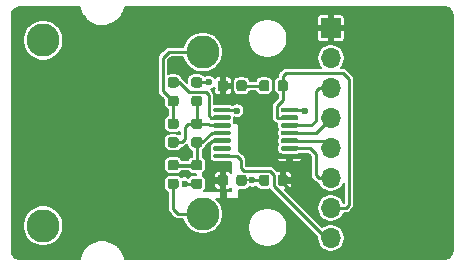
<source format=gbr>
%TF.GenerationSoftware,KiCad,Pcbnew,(5.1.8-0-10_14)*%
%TF.CreationDate,2020-12-30T16:32:28+01:00*%
%TF.ProjectId,Sensor-Board,53656e73-6f72-42d4-926f-6172642e6b69,1*%
%TF.SameCoordinates,Original*%
%TF.FileFunction,Copper,L1,Top*%
%TF.FilePolarity,Positive*%
%FSLAX46Y46*%
G04 Gerber Fmt 4.6, Leading zero omitted, Abs format (unit mm)*
G04 Created by KiCad (PCBNEW (5.1.8-0-10_14)) date 2020-12-30 16:32:28*
%MOMM*%
%LPD*%
G01*
G04 APERTURE LIST*
%TA.AperFunction,ComponentPad*%
%ADD10O,1.700000X1.700000*%
%TD*%
%TA.AperFunction,ComponentPad*%
%ADD11R,1.700000X1.700000*%
%TD*%
%TA.AperFunction,ComponentPad*%
%ADD12C,2.800000*%
%TD*%
%TA.AperFunction,ViaPad*%
%ADD13C,0.600000*%
%TD*%
%TA.AperFunction,Conductor*%
%ADD14C,0.127000*%
%TD*%
%TA.AperFunction,Conductor*%
%ADD15C,0.200000*%
%TD*%
%TA.AperFunction,Conductor*%
%ADD16C,0.250000*%
%TD*%
%TA.AperFunction,Conductor*%
%ADD17C,0.100000*%
%TD*%
G04 APERTURE END LIST*
D10*
%TO.P,J2,8*%
%TO.N,/~DRDY*%
X156350000Y-108890000D03*
%TO.P,J2,7*%
%TO.N,/~FAULT*%
X156350000Y-106350000D03*
%TO.P,J2,6*%
%TO.N,/~CS*%
X156350000Y-103810000D03*
%TO.P,J2,5*%
%TO.N,/SCLK*%
X156350000Y-101270000D03*
%TO.P,J2,4*%
%TO.N,/MISO*%
X156350000Y-98730000D03*
%TO.P,J2,3*%
%TO.N,/MOSI*%
X156350000Y-96190000D03*
%TO.P,J2,2*%
%TO.N,GND*%
X156350000Y-93650000D03*
D11*
%TO.P,J2,1*%
%TO.N,+3V3*%
X156350000Y-91110000D03*
%TD*%
D12*
%TO.P,J1,SH*%
%TO.N,GND*%
X132000000Y-107850000D03*
X132000000Y-92150000D03*
%TO.P,J1,2*%
%TO.N,Net-(J1-Pad2)*%
X145500000Y-106850000D03*
%TO.P,J1,1*%
%TO.N,Net-(J1-Pad1)*%
X145500000Y-93150000D03*
%TD*%
%TO.P,U1,14*%
%TO.N,GND*%
%TA.AperFunction,SMDPad,CuDef*%
G36*
G01*
X152125000Y-98150000D02*
X152125000Y-97950000D01*
G75*
G02*
X152225000Y-97850000I100000J0D01*
G01*
X153500000Y-97850000D01*
G75*
G02*
X153600000Y-97950000I0J-100000D01*
G01*
X153600000Y-98150000D01*
G75*
G02*
X153500000Y-98250000I-100000J0D01*
G01*
X152225000Y-98250000D01*
G75*
G02*
X152125000Y-98150000I0J100000D01*
G01*
G37*
%TD.AperFunction*%
%TO.P,U1,13*%
%TO.N,/~FAULT*%
%TA.AperFunction,SMDPad,CuDef*%
G36*
G01*
X152125000Y-98800000D02*
X152125000Y-98600000D01*
G75*
G02*
X152225000Y-98500000I100000J0D01*
G01*
X153500000Y-98500000D01*
G75*
G02*
X153600000Y-98600000I0J-100000D01*
G01*
X153600000Y-98800000D01*
G75*
G02*
X153500000Y-98900000I-100000J0D01*
G01*
X152225000Y-98900000D01*
G75*
G02*
X152125000Y-98800000I0J100000D01*
G01*
G37*
%TD.AperFunction*%
%TO.P,U1,12*%
%TO.N,/MOSI*%
%TA.AperFunction,SMDPad,CuDef*%
G36*
G01*
X152125000Y-99450000D02*
X152125000Y-99250000D01*
G75*
G02*
X152225000Y-99150000I100000J0D01*
G01*
X153500000Y-99150000D01*
G75*
G02*
X153600000Y-99250000I0J-100000D01*
G01*
X153600000Y-99450000D01*
G75*
G02*
X153500000Y-99550000I-100000J0D01*
G01*
X152225000Y-99550000D01*
G75*
G02*
X152125000Y-99450000I0J100000D01*
G01*
G37*
%TD.AperFunction*%
%TO.P,U1,11*%
%TO.N,/MISO*%
%TA.AperFunction,SMDPad,CuDef*%
G36*
G01*
X152125000Y-100100000D02*
X152125000Y-99900000D01*
G75*
G02*
X152225000Y-99800000I100000J0D01*
G01*
X153500000Y-99800000D01*
G75*
G02*
X153600000Y-99900000I0J-100000D01*
G01*
X153600000Y-100100000D01*
G75*
G02*
X153500000Y-100200000I-100000J0D01*
G01*
X152225000Y-100200000D01*
G75*
G02*
X152125000Y-100100000I0J100000D01*
G01*
G37*
%TD.AperFunction*%
%TO.P,U1,10*%
%TO.N,/SCLK*%
%TA.AperFunction,SMDPad,CuDef*%
G36*
G01*
X152125000Y-100750000D02*
X152125000Y-100550000D01*
G75*
G02*
X152225000Y-100450000I100000J0D01*
G01*
X153500000Y-100450000D01*
G75*
G02*
X153600000Y-100550000I0J-100000D01*
G01*
X153600000Y-100750000D01*
G75*
G02*
X153500000Y-100850000I-100000J0D01*
G01*
X152225000Y-100850000D01*
G75*
G02*
X152125000Y-100750000I0J100000D01*
G01*
G37*
%TD.AperFunction*%
%TO.P,U1,9*%
%TO.N,/~CS*%
%TA.AperFunction,SMDPad,CuDef*%
G36*
G01*
X152125000Y-101400000D02*
X152125000Y-101200000D01*
G75*
G02*
X152225000Y-101100000I100000J0D01*
G01*
X153500000Y-101100000D01*
G75*
G02*
X153600000Y-101200000I0J-100000D01*
G01*
X153600000Y-101400000D01*
G75*
G02*
X153500000Y-101500000I-100000J0D01*
G01*
X152225000Y-101500000D01*
G75*
G02*
X152125000Y-101400000I0J100000D01*
G01*
G37*
%TD.AperFunction*%
%TO.P,U1,8*%
%TO.N,+3V3*%
%TA.AperFunction,SMDPad,CuDef*%
G36*
G01*
X152125000Y-102050000D02*
X152125000Y-101850000D01*
G75*
G02*
X152225000Y-101750000I100000J0D01*
G01*
X153500000Y-101750000D01*
G75*
G02*
X153600000Y-101850000I0J-100000D01*
G01*
X153600000Y-102050000D01*
G75*
G02*
X153500000Y-102150000I-100000J0D01*
G01*
X152225000Y-102150000D01*
G75*
G02*
X152125000Y-102050000I0J100000D01*
G01*
G37*
%TD.AperFunction*%
%TO.P,U1,7*%
%TO.N,/~DRDY*%
%TA.AperFunction,SMDPad,CuDef*%
G36*
G01*
X146400000Y-102050000D02*
X146400000Y-101850000D01*
G75*
G02*
X146500000Y-101750000I100000J0D01*
G01*
X147775000Y-101750000D01*
G75*
G02*
X147875000Y-101850000I0J-100000D01*
G01*
X147875000Y-102050000D01*
G75*
G02*
X147775000Y-102150000I-100000J0D01*
G01*
X146500000Y-102150000D01*
G75*
G02*
X146400000Y-102050000I0J100000D01*
G01*
G37*
%TD.AperFunction*%
%TO.P,U1,6*%
%TO.N,Net-(U1-Pad6)*%
%TA.AperFunction,SMDPad,CuDef*%
G36*
G01*
X146400000Y-101400000D02*
X146400000Y-101200000D01*
G75*
G02*
X146500000Y-101100000I100000J0D01*
G01*
X147775000Y-101100000D01*
G75*
G02*
X147875000Y-101200000I0J-100000D01*
G01*
X147875000Y-101400000D01*
G75*
G02*
X147775000Y-101500000I-100000J0D01*
G01*
X146500000Y-101500000D01*
G75*
G02*
X146400000Y-101400000I0J100000D01*
G01*
G37*
%TD.AperFunction*%
%TO.P,U1,5*%
%TO.N,+3V3*%
%TA.AperFunction,SMDPad,CuDef*%
G36*
G01*
X146400000Y-100750000D02*
X146400000Y-100550000D01*
G75*
G02*
X146500000Y-100450000I100000J0D01*
G01*
X147775000Y-100450000D01*
G75*
G02*
X147875000Y-100550000I0J-100000D01*
G01*
X147875000Y-100750000D01*
G75*
G02*
X147775000Y-100850000I-100000J0D01*
G01*
X146500000Y-100850000D01*
G75*
G02*
X146400000Y-100750000I0J100000D01*
G01*
G37*
%TD.AperFunction*%
%TO.P,U1,4*%
%TO.N,Net-(C13-Pad2)*%
%TA.AperFunction,SMDPad,CuDef*%
G36*
G01*
X146400000Y-100100000D02*
X146400000Y-99900000D01*
G75*
G02*
X146500000Y-99800000I100000J0D01*
G01*
X147775000Y-99800000D01*
G75*
G02*
X147875000Y-99900000I0J-100000D01*
G01*
X147875000Y-100100000D01*
G75*
G02*
X147775000Y-100200000I-100000J0D01*
G01*
X146500000Y-100200000D01*
G75*
G02*
X146400000Y-100100000I0J100000D01*
G01*
G37*
%TD.AperFunction*%
%TO.P,U1,3*%
%TO.N,Net-(C14-Pad2)*%
%TA.AperFunction,SMDPad,CuDef*%
G36*
G01*
X146400000Y-99450000D02*
X146400000Y-99250000D01*
G75*
G02*
X146500000Y-99150000I100000J0D01*
G01*
X147775000Y-99150000D01*
G75*
G02*
X147875000Y-99250000I0J-100000D01*
G01*
X147875000Y-99450000D01*
G75*
G02*
X147775000Y-99550000I-100000J0D01*
G01*
X146500000Y-99550000D01*
G75*
G02*
X146400000Y-99450000I0J100000D01*
G01*
G37*
%TD.AperFunction*%
%TO.P,U1,2*%
%TO.N,Net-(R13-Pad2)*%
%TA.AperFunction,SMDPad,CuDef*%
G36*
G01*
X146400000Y-98800000D02*
X146400000Y-98600000D01*
G75*
G02*
X146500000Y-98500000I100000J0D01*
G01*
X147775000Y-98500000D01*
G75*
G02*
X147875000Y-98600000I0J-100000D01*
G01*
X147875000Y-98800000D01*
G75*
G02*
X147775000Y-98900000I-100000J0D01*
G01*
X146500000Y-98900000D01*
G75*
G02*
X146400000Y-98800000I0J100000D01*
G01*
G37*
%TD.AperFunction*%
%TO.P,U1,1*%
%TO.N,GND*%
%TA.AperFunction,SMDPad,CuDef*%
G36*
G01*
X146400000Y-98150000D02*
X146400000Y-97950000D01*
G75*
G02*
X146500000Y-97850000I100000J0D01*
G01*
X147775000Y-97850000D01*
G75*
G02*
X147875000Y-97950000I0J-100000D01*
G01*
X147875000Y-98150000D01*
G75*
G02*
X147775000Y-98250000I-100000J0D01*
G01*
X146500000Y-98250000D01*
G75*
G02*
X146400000Y-98150000I0J100000D01*
G01*
G37*
%TD.AperFunction*%
%TD*%
%TO.P,R14,2*%
%TO.N,Net-(D11-Pad2)*%
%TA.AperFunction,SMDPad,CuDef*%
G36*
G01*
X148350000Y-96256250D02*
X148350000Y-95743750D01*
G75*
G02*
X148568750Y-95525000I218750J0D01*
G01*
X149006250Y-95525000D01*
G75*
G02*
X149225000Y-95743750I0J-218750D01*
G01*
X149225000Y-96256250D01*
G75*
G02*
X149006250Y-96475000I-218750J0D01*
G01*
X148568750Y-96475000D01*
G75*
G02*
X148350000Y-96256250I0J218750D01*
G01*
G37*
%TD.AperFunction*%
%TO.P,R14,1*%
%TO.N,+3V3*%
%TA.AperFunction,SMDPad,CuDef*%
G36*
G01*
X146775000Y-96256250D02*
X146775000Y-95743750D01*
G75*
G02*
X146993750Y-95525000I218750J0D01*
G01*
X147431250Y-95525000D01*
G75*
G02*
X147650000Y-95743750I0J-218750D01*
G01*
X147650000Y-96256250D01*
G75*
G02*
X147431250Y-96475000I-218750J0D01*
G01*
X146993750Y-96475000D01*
G75*
G02*
X146775000Y-96256250I0J218750D01*
G01*
G37*
%TD.AperFunction*%
%TD*%
%TO.P,R13,2*%
%TO.N,Net-(R13-Pad2)*%
%TA.AperFunction,SMDPad,CuDef*%
G36*
G01*
X143256250Y-96150000D02*
X142743750Y-96150000D01*
G75*
G02*
X142525000Y-95931250I0J218750D01*
G01*
X142525000Y-95493750D01*
G75*
G02*
X142743750Y-95275000I218750J0D01*
G01*
X143256250Y-95275000D01*
G75*
G02*
X143475000Y-95493750I0J-218750D01*
G01*
X143475000Y-95931250D01*
G75*
G02*
X143256250Y-96150000I-218750J0D01*
G01*
G37*
%TD.AperFunction*%
%TO.P,R13,1*%
%TO.N,Net-(J1-Pad1)*%
%TA.AperFunction,SMDPad,CuDef*%
G36*
G01*
X143256250Y-97725000D02*
X142743750Y-97725000D01*
G75*
G02*
X142525000Y-97506250I0J218750D01*
G01*
X142525000Y-97068750D01*
G75*
G02*
X142743750Y-96850000I218750J0D01*
G01*
X143256250Y-96850000D01*
G75*
G02*
X143475000Y-97068750I0J-218750D01*
G01*
X143475000Y-97506250D01*
G75*
G02*
X143256250Y-97725000I-218750J0D01*
G01*
G37*
%TD.AperFunction*%
%TD*%
%TO.P,R12,2*%
%TO.N,Net-(C14-Pad2)*%
%TA.AperFunction,SMDPad,CuDef*%
G36*
G01*
X142743750Y-100350000D02*
X143256250Y-100350000D01*
G75*
G02*
X143475000Y-100568750I0J-218750D01*
G01*
X143475000Y-101006250D01*
G75*
G02*
X143256250Y-101225000I-218750J0D01*
G01*
X142743750Y-101225000D01*
G75*
G02*
X142525000Y-101006250I0J218750D01*
G01*
X142525000Y-100568750D01*
G75*
G02*
X142743750Y-100350000I218750J0D01*
G01*
G37*
%TD.AperFunction*%
%TO.P,R12,1*%
%TO.N,Net-(J1-Pad1)*%
%TA.AperFunction,SMDPad,CuDef*%
G36*
G01*
X142743750Y-98775000D02*
X143256250Y-98775000D01*
G75*
G02*
X143475000Y-98993750I0J-218750D01*
G01*
X143475000Y-99431250D01*
G75*
G02*
X143256250Y-99650000I-218750J0D01*
G01*
X142743750Y-99650000D01*
G75*
G02*
X142525000Y-99431250I0J218750D01*
G01*
X142525000Y-98993750D01*
G75*
G02*
X142743750Y-98775000I218750J0D01*
G01*
G37*
%TD.AperFunction*%
%TD*%
%TO.P,R11,2*%
%TO.N,Net-(C13-Pad2)*%
%TA.AperFunction,SMDPad,CuDef*%
G36*
G01*
X143256250Y-103150000D02*
X142743750Y-103150000D01*
G75*
G02*
X142525000Y-102931250I0J218750D01*
G01*
X142525000Y-102493750D01*
G75*
G02*
X142743750Y-102275000I218750J0D01*
G01*
X143256250Y-102275000D01*
G75*
G02*
X143475000Y-102493750I0J-218750D01*
G01*
X143475000Y-102931250D01*
G75*
G02*
X143256250Y-103150000I-218750J0D01*
G01*
G37*
%TD.AperFunction*%
%TO.P,R11,1*%
%TO.N,Net-(J1-Pad2)*%
%TA.AperFunction,SMDPad,CuDef*%
G36*
G01*
X143256250Y-104725000D02*
X142743750Y-104725000D01*
G75*
G02*
X142525000Y-104506250I0J218750D01*
G01*
X142525000Y-104068750D01*
G75*
G02*
X142743750Y-103850000I218750J0D01*
G01*
X143256250Y-103850000D01*
G75*
G02*
X143475000Y-104068750I0J-218750D01*
G01*
X143475000Y-104506250D01*
G75*
G02*
X143256250Y-104725000I-218750J0D01*
G01*
G37*
%TD.AperFunction*%
%TD*%
%TO.P,D11,2*%
%TO.N,Net-(D11-Pad2)*%
%TA.AperFunction,SMDPad,CuDef*%
G36*
G01*
X151150000Y-95743750D02*
X151150000Y-96256250D01*
G75*
G02*
X150931250Y-96475000I-218750J0D01*
G01*
X150493750Y-96475000D01*
G75*
G02*
X150275000Y-96256250I0J218750D01*
G01*
X150275000Y-95743750D01*
G75*
G02*
X150493750Y-95525000I218750J0D01*
G01*
X150931250Y-95525000D01*
G75*
G02*
X151150000Y-95743750I0J-218750D01*
G01*
G37*
%TD.AperFunction*%
%TO.P,D11,1*%
%TO.N,/~FAULT*%
%TA.AperFunction,SMDPad,CuDef*%
G36*
G01*
X152725000Y-95743750D02*
X152725000Y-96256250D01*
G75*
G02*
X152506250Y-96475000I-218750J0D01*
G01*
X152068750Y-96475000D01*
G75*
G02*
X151850000Y-96256250I0J218750D01*
G01*
X151850000Y-95743750D01*
G75*
G02*
X152068750Y-95525000I218750J0D01*
G01*
X152506250Y-95525000D01*
G75*
G02*
X152725000Y-95743750I0J-218750D01*
G01*
G37*
%TD.AperFunction*%
%TD*%
%TO.P,C15,2*%
%TO.N,GND*%
%TA.AperFunction,SMDPad,CuDef*%
G36*
G01*
X145256250Y-96150000D02*
X144743750Y-96150000D01*
G75*
G02*
X144525000Y-95931250I0J218750D01*
G01*
X144525000Y-95493750D01*
G75*
G02*
X144743750Y-95275000I218750J0D01*
G01*
X145256250Y-95275000D01*
G75*
G02*
X145475000Y-95493750I0J-218750D01*
G01*
X145475000Y-95931250D01*
G75*
G02*
X145256250Y-96150000I-218750J0D01*
G01*
G37*
%TD.AperFunction*%
%TO.P,C15,1*%
%TO.N,Net-(C14-Pad2)*%
%TA.AperFunction,SMDPad,CuDef*%
G36*
G01*
X145256250Y-97725000D02*
X144743750Y-97725000D01*
G75*
G02*
X144525000Y-97506250I0J218750D01*
G01*
X144525000Y-97068750D01*
G75*
G02*
X144743750Y-96850000I218750J0D01*
G01*
X145256250Y-96850000D01*
G75*
G02*
X145475000Y-97068750I0J-218750D01*
G01*
X145475000Y-97506250D01*
G75*
G02*
X145256250Y-97725000I-218750J0D01*
G01*
G37*
%TD.AperFunction*%
%TD*%
%TO.P,C14,2*%
%TO.N,Net-(C14-Pad2)*%
%TA.AperFunction,SMDPad,CuDef*%
G36*
G01*
X145256250Y-99650000D02*
X144743750Y-99650000D01*
G75*
G02*
X144525000Y-99431250I0J218750D01*
G01*
X144525000Y-98993750D01*
G75*
G02*
X144743750Y-98775000I218750J0D01*
G01*
X145256250Y-98775000D01*
G75*
G02*
X145475000Y-98993750I0J-218750D01*
G01*
X145475000Y-99431250D01*
G75*
G02*
X145256250Y-99650000I-218750J0D01*
G01*
G37*
%TD.AperFunction*%
%TO.P,C14,1*%
%TO.N,Net-(C13-Pad2)*%
%TA.AperFunction,SMDPad,CuDef*%
G36*
G01*
X145256250Y-101225000D02*
X144743750Y-101225000D01*
G75*
G02*
X144525000Y-101006250I0J218750D01*
G01*
X144525000Y-100568750D01*
G75*
G02*
X144743750Y-100350000I218750J0D01*
G01*
X145256250Y-100350000D01*
G75*
G02*
X145475000Y-100568750I0J-218750D01*
G01*
X145475000Y-101006250D01*
G75*
G02*
X145256250Y-101225000I-218750J0D01*
G01*
G37*
%TD.AperFunction*%
%TD*%
%TO.P,C13,2*%
%TO.N,Net-(C13-Pad2)*%
%TA.AperFunction,SMDPad,CuDef*%
G36*
G01*
X145256250Y-103150000D02*
X144743750Y-103150000D01*
G75*
G02*
X144525000Y-102931250I0J218750D01*
G01*
X144525000Y-102493750D01*
G75*
G02*
X144743750Y-102275000I218750J0D01*
G01*
X145256250Y-102275000D01*
G75*
G02*
X145475000Y-102493750I0J-218750D01*
G01*
X145475000Y-102931250D01*
G75*
G02*
X145256250Y-103150000I-218750J0D01*
G01*
G37*
%TD.AperFunction*%
%TO.P,C13,1*%
%TO.N,GND*%
%TA.AperFunction,SMDPad,CuDef*%
G36*
G01*
X145256250Y-104725000D02*
X144743750Y-104725000D01*
G75*
G02*
X144525000Y-104506250I0J218750D01*
G01*
X144525000Y-104068750D01*
G75*
G02*
X144743750Y-103850000I218750J0D01*
G01*
X145256250Y-103850000D01*
G75*
G02*
X145475000Y-104068750I0J-218750D01*
G01*
X145475000Y-104506250D01*
G75*
G02*
X145256250Y-104725000I-218750J0D01*
G01*
G37*
%TD.AperFunction*%
%TD*%
%TO.P,C12,2*%
%TO.N,GND*%
%TA.AperFunction,SMDPad,CuDef*%
G36*
G01*
X151150000Y-103743750D02*
X151150000Y-104256250D01*
G75*
G02*
X150931250Y-104475000I-218750J0D01*
G01*
X150493750Y-104475000D01*
G75*
G02*
X150275000Y-104256250I0J218750D01*
G01*
X150275000Y-103743750D01*
G75*
G02*
X150493750Y-103525000I218750J0D01*
G01*
X150931250Y-103525000D01*
G75*
G02*
X151150000Y-103743750I0J-218750D01*
G01*
G37*
%TD.AperFunction*%
%TO.P,C12,1*%
%TO.N,+3V3*%
%TA.AperFunction,SMDPad,CuDef*%
G36*
G01*
X152725000Y-103743750D02*
X152725000Y-104256250D01*
G75*
G02*
X152506250Y-104475000I-218750J0D01*
G01*
X152068750Y-104475000D01*
G75*
G02*
X151850000Y-104256250I0J218750D01*
G01*
X151850000Y-103743750D01*
G75*
G02*
X152068750Y-103525000I218750J0D01*
G01*
X152506250Y-103525000D01*
G75*
G02*
X152725000Y-103743750I0J-218750D01*
G01*
G37*
%TD.AperFunction*%
%TD*%
%TO.P,C11,2*%
%TO.N,GND*%
%TA.AperFunction,SMDPad,CuDef*%
G36*
G01*
X148350000Y-104256250D02*
X148350000Y-103743750D01*
G75*
G02*
X148568750Y-103525000I218750J0D01*
G01*
X149006250Y-103525000D01*
G75*
G02*
X149225000Y-103743750I0J-218750D01*
G01*
X149225000Y-104256250D01*
G75*
G02*
X149006250Y-104475000I-218750J0D01*
G01*
X148568750Y-104475000D01*
G75*
G02*
X148350000Y-104256250I0J218750D01*
G01*
G37*
%TD.AperFunction*%
%TO.P,C11,1*%
%TO.N,+3V3*%
%TA.AperFunction,SMDPad,CuDef*%
G36*
G01*
X146775000Y-104256250D02*
X146775000Y-103743750D01*
G75*
G02*
X146993750Y-103525000I218750J0D01*
G01*
X147431250Y-103525000D01*
G75*
G02*
X147650000Y-103743750I0J-218750D01*
G01*
X147650000Y-104256250D01*
G75*
G02*
X147431250Y-104475000I-218750J0D01*
G01*
X146993750Y-104475000D01*
G75*
G02*
X146775000Y-104256250I0J218750D01*
G01*
G37*
%TD.AperFunction*%
%TD*%
D13*
%TO.N,GND*%
X143968750Y-104287500D03*
X154127500Y-98095000D03*
X148412500Y-98095000D03*
X146030000Y-95712500D03*
X149713750Y-104000000D03*
%TD*%
D14*
%TO.N,GND*%
X148787500Y-104000000D02*
X150603750Y-104000000D01*
X150603750Y-104000000D02*
X150635000Y-103968750D01*
D15*
X150762500Y-104000000D02*
X150731250Y-103968750D01*
X150731250Y-103968750D02*
X150793750Y-103968750D01*
D16*
X145000000Y-104287500D02*
X143968750Y-104287500D01*
X150635000Y-103968750D02*
X150793750Y-103968750D01*
X154082500Y-98050000D02*
X154127500Y-98095000D01*
X152862500Y-98050000D02*
X154082500Y-98050000D01*
X148367500Y-98050000D02*
X148412500Y-98095000D01*
X147137500Y-98050000D02*
X148367500Y-98050000D01*
X145000000Y-95712500D02*
X146030000Y-95712500D01*
X150712500Y-104000000D02*
X149713750Y-104000000D01*
D15*
X149713750Y-104000000D02*
X150762500Y-104000000D01*
X148787500Y-104000000D02*
X149713750Y-104000000D01*
D16*
%TO.N,Net-(J1-Pad2)*%
X143000000Y-104287500D02*
X143000000Y-106462000D01*
X143000000Y-106462000D02*
X143396000Y-106858000D01*
X143396000Y-106858000D02*
X145428000Y-106858000D01*
%TO.N,Net-(J1-Pad1)*%
X143000000Y-99212500D02*
X143000000Y-98750000D01*
X143000000Y-98750000D02*
X143000000Y-97250000D01*
X143000000Y-97287500D02*
X142969500Y-97287500D01*
X142969500Y-97287500D02*
X142126000Y-96444000D01*
X142126000Y-96444000D02*
X142126000Y-93650000D01*
X142126000Y-93650000D02*
X142634000Y-93142000D01*
X142634000Y-93142000D02*
X145428000Y-93142000D01*
%TO.N,+3V3*%
X147137500Y-100650000D02*
X146302000Y-100650000D01*
X146302000Y-100650000D02*
X145936000Y-101016000D01*
X145936000Y-101016000D02*
X145936000Y-103810000D01*
X146126000Y-104000000D02*
X145936000Y-103810000D01*
X147212500Y-104000000D02*
X146126000Y-104000000D01*
X152862500Y-101950000D02*
X153728000Y-101950000D01*
X153728000Y-101950000D02*
X154064000Y-102286000D01*
X154064000Y-102286000D02*
X154064000Y-103810000D01*
X153874000Y-104000000D02*
X154064000Y-103810000D01*
X152287500Y-104000000D02*
X153874000Y-104000000D01*
X147212500Y-96000000D02*
X147212500Y-95167500D01*
X152287500Y-104000000D02*
X152287500Y-104192500D01*
X152287500Y-104192500D02*
X155715000Y-107620000D01*
X158413750Y-107461250D02*
X158413750Y-91427500D01*
X158413750Y-91427500D02*
X158096250Y-91110000D01*
X158096250Y-91110000D02*
X156350000Y-91110000D01*
X156350000Y-91110000D02*
X156032500Y-91110000D01*
X147212500Y-104000000D02*
X147212500Y-109753750D01*
X147212500Y-109753750D02*
X147618750Y-110160000D01*
X158413750Y-109842500D02*
X158096250Y-110160000D01*
X147618750Y-110160000D02*
X158096250Y-110160000D01*
X158096250Y-107620000D02*
X158413750Y-107620000D01*
X158413750Y-107620000D02*
X158413750Y-107461250D01*
X158413750Y-109842500D02*
X158413750Y-107620000D01*
X155715000Y-107620000D02*
X158096250Y-107620000D01*
X151905000Y-94285000D02*
X155080000Y-91110000D01*
X148095000Y-94285000D02*
X151905000Y-94285000D01*
X155080000Y-91110000D02*
X156350000Y-91110000D01*
X147212500Y-95167500D02*
X148095000Y-94285000D01*
%TO.N,/~FAULT*%
X152862500Y-98700000D02*
X151808000Y-98700000D01*
X151808000Y-98700000D02*
X151799990Y-98708010D01*
X156350000Y-106350000D02*
X157620000Y-106350000D01*
X157620000Y-106350000D02*
X157874000Y-106096000D01*
X157874000Y-106096000D02*
X157874000Y-95428000D01*
X157874000Y-95428000D02*
X157366000Y-94920000D01*
X157366000Y-94920000D02*
X152540000Y-94920000D01*
X152540000Y-94920000D02*
X152286000Y-95174000D01*
X152286000Y-95174000D02*
X152286000Y-95936000D01*
X151799990Y-98708010D02*
X151799990Y-97692010D01*
X151799990Y-97692010D02*
X152286000Y-97206000D01*
X152286000Y-97206000D02*
X152286000Y-95936000D01*
%TO.N,/MOSI*%
X152862500Y-99350000D02*
X154714000Y-99350000D01*
X154714000Y-99350000D02*
X155080000Y-98984000D01*
X155080000Y-98984000D02*
X155080000Y-96444000D01*
X155080000Y-96444000D02*
X155334000Y-96190000D01*
X155334000Y-96190000D02*
X156350000Y-96190000D01*
%TO.N,/MISO*%
X152862500Y-100000000D02*
X155080000Y-100000000D01*
X155080000Y-100000000D02*
X156350000Y-98730000D01*
%TO.N,/SCLK*%
X152862500Y-100650000D02*
X155730000Y-100650000D01*
X155730000Y-100650000D02*
X156350000Y-101270000D01*
%TO.N,/~CS*%
X155080000Y-103556000D02*
X155334000Y-103810000D01*
X155334000Y-103810000D02*
X156350000Y-103810000D01*
X154602000Y-101300000D02*
X155080000Y-101778000D01*
X155080000Y-101778000D02*
X155080000Y-103556000D01*
X152862500Y-101300000D02*
X154602000Y-101300000D01*
%TO.N,/~DRDY*%
X156350000Y-108890000D02*
X156350000Y-108636000D01*
X151524000Y-104480494D02*
X155933506Y-108890000D01*
X148750000Y-103000000D02*
X148976000Y-103226000D01*
X148750000Y-102250000D02*
X148750000Y-103000000D01*
X151524000Y-103524000D02*
X151524000Y-104480494D01*
X148450000Y-101950000D02*
X148750000Y-102250000D01*
X155933506Y-108890000D02*
X156350000Y-108890000D01*
X151226000Y-103226000D02*
X151524000Y-103524000D01*
X148976000Y-103226000D02*
X151226000Y-103226000D01*
X147137500Y-101950000D02*
X148450000Y-101950000D01*
%TO.N,Net-(C13-Pad2)*%
X145000000Y-102712500D02*
X145000000Y-101000000D01*
X145000000Y-101000000D02*
X145000000Y-100750000D01*
X145000000Y-102712500D02*
X144787500Y-102712500D01*
X144787500Y-102712500D02*
X144750000Y-102750000D01*
X144750000Y-102750000D02*
X143000000Y-102750000D01*
X145000000Y-100787500D02*
X145462500Y-100787500D01*
X145462500Y-100787500D02*
X146250000Y-100000000D01*
X147137500Y-100000000D02*
X146250000Y-100000000D01*
D15*
X143000000Y-102712500D02*
X144906250Y-102712500D01*
X144906250Y-102712500D02*
X144920000Y-102698750D01*
D16*
%TO.N,Net-(C14-Pad2)*%
X143000000Y-100787500D02*
X143212500Y-100787500D01*
X143000000Y-100787500D02*
X143712500Y-100787500D01*
X143712500Y-100787500D02*
X144000000Y-100500000D01*
X144000000Y-100500000D02*
X144000000Y-99500000D01*
X145000000Y-99212500D02*
X144287500Y-99212500D01*
X144287500Y-99212500D02*
X144000000Y-99500000D01*
X145000000Y-99212500D02*
X145000000Y-98250000D01*
X145000000Y-98250000D02*
X145000000Y-97250000D01*
X145962500Y-99212500D02*
X146100000Y-99350000D01*
X146100000Y-99350000D02*
X147137500Y-99350000D01*
X145000000Y-99212500D02*
X145962500Y-99212500D01*
%TO.N,Net-(D11-Pad2)*%
X148787500Y-96000000D02*
X150750000Y-96000000D01*
%TO.N,Net-(R13-Pad2)*%
X144325000Y-96500000D02*
X143537500Y-95712500D01*
X145750000Y-96500000D02*
X144325000Y-96500000D01*
X146000000Y-96750000D02*
X145750000Y-96500000D01*
X143537500Y-95712500D02*
X143000000Y-95712500D01*
X146000000Y-98500000D02*
X146000000Y-96750000D01*
X146200000Y-98700000D02*
X146000000Y-98500000D01*
X147137500Y-98700000D02*
X146200000Y-98700000D01*
%TD*%
D14*
%TO.N,+3V3*%
X135094598Y-89370837D02*
X135101052Y-89401201D01*
X135107082Y-89431652D01*
X135108496Y-89436220D01*
X135202915Y-89733868D01*
X135215129Y-89762365D01*
X135226973Y-89791101D01*
X135229248Y-89795308D01*
X135379683Y-90068948D01*
X135397193Y-90094521D01*
X135414400Y-90120418D01*
X135417448Y-90124102D01*
X135618169Y-90363312D01*
X135640349Y-90385032D01*
X135662221Y-90407057D01*
X135665927Y-90410079D01*
X135909287Y-90605746D01*
X135935245Y-90622733D01*
X135960998Y-90640103D01*
X135965220Y-90642348D01*
X136241950Y-90787019D01*
X136270718Y-90798642D01*
X136299349Y-90810677D01*
X136303927Y-90812059D01*
X136603488Y-90900225D01*
X136633954Y-90906037D01*
X136664389Y-90912284D01*
X136669147Y-90912750D01*
X136669149Y-90912750D01*
X136980129Y-90941051D01*
X137011132Y-90940835D01*
X137042212Y-90941052D01*
X137046971Y-90940585D01*
X137357527Y-90907944D01*
X137387942Y-90901700D01*
X137418427Y-90895885D01*
X137423005Y-90894503D01*
X137721305Y-90802164D01*
X137749895Y-90790146D01*
X137778704Y-90778506D01*
X137782926Y-90776261D01*
X138057611Y-90627739D01*
X138083346Y-90610381D01*
X138109321Y-90593383D01*
X138113027Y-90590361D01*
X138353631Y-90391316D01*
X138375487Y-90369307D01*
X138397684Y-90347570D01*
X138400732Y-90343885D01*
X138469146Y-90260000D01*
X155180964Y-90260000D01*
X155182500Y-90840125D01*
X155261875Y-90919500D01*
X156159500Y-90919500D01*
X156159500Y-90021875D01*
X156540500Y-90021875D01*
X156540500Y-90919500D01*
X157438125Y-90919500D01*
X157517500Y-90840125D01*
X157519036Y-90260000D01*
X157512906Y-90197759D01*
X157494751Y-90137910D01*
X157465269Y-90082753D01*
X157425593Y-90034407D01*
X157377247Y-89994731D01*
X157322090Y-89965249D01*
X157262241Y-89947094D01*
X157200000Y-89940964D01*
X156619875Y-89942500D01*
X156540500Y-90021875D01*
X156159500Y-90021875D01*
X156080125Y-89942500D01*
X155500000Y-89940964D01*
X155437759Y-89947094D01*
X155377910Y-89965249D01*
X155322753Y-89994731D01*
X155274407Y-90034407D01*
X155234731Y-90082753D01*
X155205249Y-90137910D01*
X155187094Y-90197759D01*
X155180964Y-90260000D01*
X138469146Y-90260000D01*
X138598093Y-90101896D01*
X138615258Y-90076060D01*
X138632809Y-90050427D01*
X138635083Y-90046221D01*
X138781683Y-89770507D01*
X138793502Y-89741832D01*
X138805742Y-89713274D01*
X138807156Y-89708706D01*
X138897410Y-89409768D01*
X138903432Y-89379356D01*
X138909894Y-89348953D01*
X138910393Y-89344197D01*
X138910559Y-89342500D01*
X165983253Y-89342500D01*
X166127388Y-89356633D01*
X166249926Y-89393629D01*
X166362948Y-89453724D01*
X166462140Y-89534622D01*
X166543731Y-89633249D01*
X166604610Y-89745844D01*
X166642461Y-89868121D01*
X166657501Y-90011210D01*
X166657500Y-109983253D01*
X166643367Y-110127388D01*
X166606371Y-110249926D01*
X166546275Y-110362950D01*
X166465378Y-110462140D01*
X166366754Y-110543729D01*
X166254156Y-110604610D01*
X166131879Y-110642461D01*
X165988799Y-110657500D01*
X138908581Y-110657500D01*
X138905402Y-110629163D01*
X138898954Y-110598829D01*
X138892919Y-110568348D01*
X138891504Y-110563780D01*
X138797085Y-110266132D01*
X138784877Y-110237648D01*
X138773027Y-110208898D01*
X138770752Y-110204692D01*
X138620317Y-109931052D01*
X138602804Y-109905475D01*
X138585601Y-109879582D01*
X138582552Y-109875898D01*
X138381831Y-109636689D01*
X138359687Y-109615004D01*
X138337779Y-109592943D01*
X138334073Y-109589921D01*
X138090713Y-109394254D01*
X138064803Y-109377299D01*
X138039003Y-109359897D01*
X138034780Y-109357652D01*
X137758050Y-109212981D01*
X137729296Y-109201364D01*
X137700652Y-109189323D01*
X137696073Y-109187941D01*
X137396512Y-109099775D01*
X137366038Y-109093962D01*
X137335610Y-109087716D01*
X137330853Y-109087250D01*
X137330851Y-109087250D01*
X137019871Y-109058949D01*
X136988868Y-109059165D01*
X136957788Y-109058948D01*
X136953029Y-109059415D01*
X136642474Y-109092056D01*
X136612065Y-109098298D01*
X136581573Y-109104115D01*
X136576995Y-109105497D01*
X136278695Y-109197836D01*
X136250093Y-109209859D01*
X136221296Y-109221494D01*
X136217074Y-109223739D01*
X135942390Y-109372260D01*
X135916687Y-109389597D01*
X135890679Y-109406616D01*
X135886974Y-109409639D01*
X135646369Y-109608684D01*
X135624530Y-109630676D01*
X135602316Y-109652430D01*
X135599268Y-109656115D01*
X135401907Y-109898104D01*
X135384754Y-109923922D01*
X135367191Y-109949572D01*
X135364917Y-109953779D01*
X135218317Y-110229492D01*
X135206517Y-110258120D01*
X135194257Y-110286726D01*
X135192844Y-110291295D01*
X135102590Y-110590232D01*
X135096581Y-110620583D01*
X135090106Y-110651047D01*
X135089607Y-110655803D01*
X135089441Y-110657500D01*
X130016747Y-110657500D01*
X129872612Y-110643367D01*
X129750074Y-110606371D01*
X129637050Y-110546275D01*
X129537860Y-110465378D01*
X129456271Y-110366754D01*
X129395390Y-110254156D01*
X129357539Y-110131879D01*
X129342500Y-109988799D01*
X129342500Y-107680841D01*
X130282500Y-107680841D01*
X130282500Y-108019159D01*
X130348503Y-108350976D01*
X130477971Y-108663541D01*
X130665931Y-108944842D01*
X130905158Y-109184069D01*
X131186459Y-109372029D01*
X131499024Y-109501497D01*
X131830841Y-109567500D01*
X132169159Y-109567500D01*
X132500976Y-109501497D01*
X132813541Y-109372029D01*
X133094842Y-109184069D01*
X133334069Y-108944842D01*
X133522029Y-108663541D01*
X133651497Y-108350976D01*
X133717500Y-108019159D01*
X133717500Y-107680841D01*
X133651497Y-107349024D01*
X133522029Y-107036459D01*
X133334069Y-106755158D01*
X133094842Y-106515931D01*
X132813541Y-106327971D01*
X132500976Y-106198503D01*
X132169159Y-106132500D01*
X131830841Y-106132500D01*
X131499024Y-106198503D01*
X131186459Y-106327971D01*
X130905158Y-106515931D01*
X130665931Y-106755158D01*
X130477971Y-107036459D01*
X130348503Y-107349024D01*
X130282500Y-107680841D01*
X129342500Y-107680841D01*
X129342500Y-91980841D01*
X130282500Y-91980841D01*
X130282500Y-92319159D01*
X130348503Y-92650976D01*
X130477971Y-92963541D01*
X130665931Y-93244842D01*
X130905158Y-93484069D01*
X131186459Y-93672029D01*
X131499024Y-93801497D01*
X131830841Y-93867500D01*
X132169159Y-93867500D01*
X132500976Y-93801497D01*
X132813541Y-93672029D01*
X132846509Y-93650000D01*
X141681359Y-93650000D01*
X141683501Y-93671744D01*
X141683500Y-96422263D01*
X141681359Y-96444000D01*
X141683500Y-96465734D01*
X141683500Y-96465736D01*
X141689903Y-96530744D01*
X141704797Y-96579843D01*
X141715205Y-96614156D01*
X141756295Y-96691029D01*
X141774429Y-96713125D01*
X141811591Y-96758409D01*
X141828480Y-96772269D01*
X142205964Y-97149753D01*
X142205964Y-97506250D01*
X142216297Y-97611167D01*
X142246901Y-97712052D01*
X142296597Y-97805028D01*
X142363478Y-97886522D01*
X142444972Y-97953403D01*
X142537948Y-98003099D01*
X142557500Y-98009030D01*
X142557500Y-98490970D01*
X142537948Y-98496901D01*
X142444972Y-98546597D01*
X142363478Y-98613478D01*
X142296597Y-98694972D01*
X142246901Y-98787948D01*
X142216297Y-98888833D01*
X142205964Y-98993750D01*
X142205964Y-99431250D01*
X142216297Y-99536167D01*
X142246901Y-99637052D01*
X142296597Y-99730028D01*
X142363478Y-99811522D01*
X142444972Y-99878403D01*
X142537948Y-99928099D01*
X142638833Y-99958703D01*
X142743750Y-99969036D01*
X143256250Y-99969036D01*
X143361167Y-99958703D01*
X143462052Y-99928099D01*
X143555028Y-99878403D01*
X143557501Y-99876374D01*
X143557500Y-100123626D01*
X143555028Y-100121597D01*
X143462052Y-100071901D01*
X143361167Y-100041297D01*
X143256250Y-100030964D01*
X142743750Y-100030964D01*
X142638833Y-100041297D01*
X142537948Y-100071901D01*
X142444972Y-100121597D01*
X142363478Y-100188478D01*
X142296597Y-100269972D01*
X142246901Y-100362948D01*
X142216297Y-100463833D01*
X142205964Y-100568750D01*
X142205964Y-101006250D01*
X142216297Y-101111167D01*
X142246901Y-101212052D01*
X142296597Y-101305028D01*
X142363478Y-101386522D01*
X142444972Y-101453403D01*
X142537948Y-101503099D01*
X142638833Y-101533703D01*
X142743750Y-101544036D01*
X143256250Y-101544036D01*
X143361167Y-101533703D01*
X143462052Y-101503099D01*
X143555028Y-101453403D01*
X143636522Y-101386522D01*
X143703403Y-101305028D01*
X143744021Y-101229036D01*
X143799245Y-101223597D01*
X143882657Y-101198295D01*
X143959529Y-101157205D01*
X144026909Y-101101909D01*
X144040770Y-101085019D01*
X144205964Y-100919824D01*
X144205964Y-101006250D01*
X144216297Y-101111167D01*
X144246901Y-101212052D01*
X144296597Y-101305028D01*
X144363478Y-101386522D01*
X144444972Y-101453403D01*
X144537948Y-101503099D01*
X144557501Y-101509030D01*
X144557500Y-101990970D01*
X144537948Y-101996901D01*
X144444972Y-102046597D01*
X144363478Y-102113478D01*
X144296597Y-102194972D01*
X144246901Y-102287948D01*
X144244762Y-102295000D01*
X143755238Y-102295000D01*
X143753099Y-102287948D01*
X143703403Y-102194972D01*
X143636522Y-102113478D01*
X143555028Y-102046597D01*
X143462052Y-101996901D01*
X143361167Y-101966297D01*
X143256250Y-101955964D01*
X142743750Y-101955964D01*
X142638833Y-101966297D01*
X142537948Y-101996901D01*
X142444972Y-102046597D01*
X142363478Y-102113478D01*
X142296597Y-102194972D01*
X142246901Y-102287948D01*
X142216297Y-102388833D01*
X142205964Y-102493750D01*
X142205964Y-102931250D01*
X142216297Y-103036167D01*
X142246901Y-103137052D01*
X142296597Y-103230028D01*
X142363478Y-103311522D01*
X142444972Y-103378403D01*
X142537948Y-103428099D01*
X142638833Y-103458703D01*
X142743750Y-103469036D01*
X143256250Y-103469036D01*
X143361167Y-103458703D01*
X143462052Y-103428099D01*
X143555028Y-103378403D01*
X143636522Y-103311522D01*
X143703403Y-103230028D01*
X143723462Y-103192500D01*
X144276538Y-103192500D01*
X144296597Y-103230028D01*
X144363478Y-103311522D01*
X144444972Y-103378403D01*
X144537948Y-103428099D01*
X144638833Y-103458703D01*
X144743750Y-103469036D01*
X144936500Y-103469036D01*
X144936500Y-103530964D01*
X144743750Y-103530964D01*
X144638833Y-103541297D01*
X144537948Y-103571901D01*
X144444972Y-103621597D01*
X144363478Y-103688478D01*
X144299816Y-103766050D01*
X144261246Y-103740278D01*
X144148868Y-103693730D01*
X144029568Y-103670000D01*
X143907932Y-103670000D01*
X143788632Y-103693730D01*
X143678328Y-103739419D01*
X143636522Y-103688478D01*
X143555028Y-103621597D01*
X143462052Y-103571901D01*
X143361167Y-103541297D01*
X143256250Y-103530964D01*
X142743750Y-103530964D01*
X142638833Y-103541297D01*
X142537948Y-103571901D01*
X142444972Y-103621597D01*
X142363478Y-103688478D01*
X142296597Y-103769972D01*
X142246901Y-103862948D01*
X142216297Y-103963833D01*
X142205964Y-104068750D01*
X142205964Y-104506250D01*
X142216297Y-104611167D01*
X142246901Y-104712052D01*
X142296597Y-104805028D01*
X142363478Y-104886522D01*
X142444972Y-104953403D01*
X142537948Y-105003099D01*
X142557500Y-105009030D01*
X142557501Y-106440256D01*
X142555359Y-106462000D01*
X142563904Y-106548745D01*
X142589205Y-106632156D01*
X142630295Y-106709029D01*
X142639057Y-106719705D01*
X142685592Y-106776409D01*
X142702476Y-106790265D01*
X143067735Y-107155525D01*
X143081591Y-107172409D01*
X143098475Y-107186265D01*
X143148971Y-107227705D01*
X143225843Y-107268795D01*
X143309255Y-107294097D01*
X143396000Y-107302641D01*
X143417737Y-107300500D01*
X143838463Y-107300500D01*
X143848503Y-107350976D01*
X143977971Y-107663541D01*
X144165931Y-107944842D01*
X144405158Y-108184069D01*
X144686459Y-108372029D01*
X144999024Y-108501497D01*
X145330841Y-108567500D01*
X145669159Y-108567500D01*
X146000976Y-108501497D01*
X146313541Y-108372029D01*
X146594842Y-108184069D01*
X146834069Y-107944842D01*
X146906951Y-107835766D01*
X149332500Y-107835766D01*
X149332500Y-108164234D01*
X149396581Y-108486392D01*
X149522281Y-108789857D01*
X149704768Y-109062969D01*
X149937031Y-109295232D01*
X150210143Y-109477719D01*
X150513608Y-109603419D01*
X150835766Y-109667500D01*
X151164234Y-109667500D01*
X151486392Y-109603419D01*
X151789857Y-109477719D01*
X152062969Y-109295232D01*
X152295232Y-109062969D01*
X152477719Y-108789857D01*
X152603419Y-108486392D01*
X152667500Y-108164234D01*
X152667500Y-107835766D01*
X152603419Y-107513608D01*
X152477719Y-107210143D01*
X152295232Y-106937031D01*
X152062969Y-106704768D01*
X151789857Y-106522281D01*
X151486392Y-106396581D01*
X151164234Y-106332500D01*
X150835766Y-106332500D01*
X150513608Y-106396581D01*
X150210143Y-106522281D01*
X149937031Y-106704768D01*
X149704768Y-106937031D01*
X149522281Y-107210143D01*
X149396581Y-107513608D01*
X149332500Y-107835766D01*
X146906951Y-107835766D01*
X147022029Y-107663541D01*
X147151497Y-107350976D01*
X147217500Y-107019159D01*
X147217500Y-106680841D01*
X147151497Y-106349024D01*
X147022029Y-106036459D01*
X146834069Y-105755158D01*
X146642411Y-105563500D01*
X147000000Y-105563500D01*
X147012388Y-105562280D01*
X147024300Y-105558666D01*
X147035279Y-105552798D01*
X147044901Y-105544901D01*
X147052798Y-105535279D01*
X147058666Y-105524300D01*
X147062280Y-105512388D01*
X147063500Y-105500000D01*
X147063500Y-105000000D01*
X147062280Y-104987612D01*
X147058666Y-104975700D01*
X147052798Y-104964721D01*
X147044901Y-104955099D01*
X147035279Y-104947202D01*
X147024300Y-104941334D01*
X147012388Y-104937720D01*
X147000000Y-104936500D01*
X145575624Y-104936500D01*
X145636522Y-104886522D01*
X145703403Y-104805028D01*
X145753099Y-104712052D01*
X145783703Y-104611167D01*
X145794036Y-104506250D01*
X145794036Y-104475000D01*
X146455964Y-104475000D01*
X146462094Y-104537241D01*
X146480249Y-104597090D01*
X146509731Y-104652247D01*
X146549407Y-104700593D01*
X146597753Y-104740269D01*
X146652910Y-104769751D01*
X146712759Y-104787906D01*
X146775000Y-104794036D01*
X146942625Y-104792500D01*
X147022000Y-104713125D01*
X147022000Y-104190500D01*
X146536875Y-104190500D01*
X146457500Y-104269875D01*
X146455964Y-104475000D01*
X145794036Y-104475000D01*
X145794036Y-104068750D01*
X145783703Y-103963833D01*
X145753099Y-103862948D01*
X145703403Y-103769972D01*
X145636522Y-103688478D01*
X145563500Y-103628550D01*
X145563500Y-103525000D01*
X146455964Y-103525000D01*
X146457500Y-103730125D01*
X146536875Y-103809500D01*
X147022000Y-103809500D01*
X147022000Y-103286875D01*
X146942625Y-103207500D01*
X146775000Y-103205964D01*
X146712759Y-103212094D01*
X146652910Y-103230249D01*
X146597753Y-103259731D01*
X146549407Y-103299407D01*
X146509731Y-103347753D01*
X146480249Y-103402910D01*
X146462094Y-103462759D01*
X146455964Y-103525000D01*
X145563500Y-103525000D01*
X145563500Y-103371450D01*
X145636522Y-103311522D01*
X145703403Y-103230028D01*
X145753099Y-103137052D01*
X145783703Y-103036167D01*
X145794036Y-102931250D01*
X145794036Y-102493750D01*
X145783703Y-102388833D01*
X145753099Y-102287948D01*
X145703403Y-102194972D01*
X145636522Y-102113478D01*
X145563500Y-102053550D01*
X145563500Y-101446450D01*
X145636522Y-101386522D01*
X145703403Y-101305028D01*
X145753099Y-101212052D01*
X145783703Y-101111167D01*
X145785666Y-101091239D01*
X145790769Y-101085020D01*
X146082500Y-100793290D01*
X146082500Y-100840502D01*
X146107873Y-100840502D01*
X146082500Y-100865875D01*
X146087658Y-100915009D01*
X146106342Y-100974695D01*
X146127177Y-101012858D01*
X146112861Y-101039642D01*
X146089016Y-101118250D01*
X146080964Y-101200000D01*
X146080964Y-101400000D01*
X146089016Y-101481750D01*
X146112861Y-101560358D01*
X146147413Y-101625000D01*
X146112861Y-101689642D01*
X146089016Y-101768250D01*
X146080964Y-101850000D01*
X146080964Y-102050000D01*
X146089016Y-102131750D01*
X146112861Y-102210358D01*
X146151584Y-102282804D01*
X146203697Y-102346303D01*
X146267196Y-102398416D01*
X146339642Y-102437139D01*
X146418250Y-102460984D01*
X146500000Y-102469036D01*
X147775000Y-102469036D01*
X147856750Y-102460984D01*
X147935358Y-102437139D01*
X147936500Y-102436529D01*
X147936500Y-103387473D01*
X147915269Y-103347753D01*
X147875593Y-103299407D01*
X147827247Y-103259731D01*
X147772090Y-103230249D01*
X147712241Y-103212094D01*
X147650000Y-103205964D01*
X147482375Y-103207500D01*
X147403000Y-103286875D01*
X147403000Y-103809500D01*
X147423000Y-103809500D01*
X147423000Y-104190500D01*
X147403000Y-104190500D01*
X147403000Y-104713125D01*
X147482375Y-104792500D01*
X147650000Y-104794036D01*
X147712241Y-104787906D01*
X147772090Y-104769751D01*
X147827247Y-104740269D01*
X147875593Y-104700593D01*
X147915269Y-104652247D01*
X147936500Y-104612527D01*
X147936500Y-104936500D01*
X147500000Y-104936500D01*
X147487612Y-104937720D01*
X147475700Y-104941334D01*
X147464721Y-104947202D01*
X147455099Y-104955099D01*
X147447202Y-104964721D01*
X147441334Y-104975700D01*
X147437720Y-104987612D01*
X147436500Y-105000000D01*
X147436500Y-105500000D01*
X147437720Y-105512388D01*
X147441334Y-105524300D01*
X147447202Y-105535279D01*
X147455099Y-105544901D01*
X147464721Y-105552798D01*
X147475700Y-105558666D01*
X147487612Y-105562280D01*
X147500000Y-105563500D01*
X148500000Y-105563500D01*
X148512388Y-105562280D01*
X148524300Y-105558666D01*
X148535279Y-105552798D01*
X148544901Y-105544901D01*
X148552798Y-105535279D01*
X148558666Y-105524300D01*
X148562280Y-105512388D01*
X148563500Y-105500000D01*
X148563500Y-104793519D01*
X148568750Y-104794036D01*
X149006250Y-104794036D01*
X149111167Y-104783703D01*
X149212052Y-104753099D01*
X149305028Y-104703403D01*
X149386522Y-104636522D01*
X149450028Y-104559140D01*
X149533632Y-104593770D01*
X149652932Y-104617500D01*
X149774568Y-104617500D01*
X149893868Y-104593770D01*
X150006246Y-104547222D01*
X150032904Y-104529410D01*
X150046597Y-104555028D01*
X150113478Y-104636522D01*
X150194972Y-104703403D01*
X150287948Y-104753099D01*
X150388833Y-104783703D01*
X150493750Y-104794036D01*
X150931250Y-104794036D01*
X151036167Y-104783703D01*
X151137052Y-104753099D01*
X151163627Y-104738894D01*
X151195735Y-104778018D01*
X151209592Y-104794903D01*
X151226476Y-104808759D01*
X155184197Y-108766480D01*
X155182500Y-108775011D01*
X155182500Y-109004989D01*
X155227366Y-109230547D01*
X155315375Y-109443019D01*
X155443144Y-109634238D01*
X155605762Y-109796856D01*
X155796981Y-109924625D01*
X156009453Y-110012634D01*
X156235011Y-110057500D01*
X156464989Y-110057500D01*
X156690547Y-110012634D01*
X156903019Y-109924625D01*
X157094238Y-109796856D01*
X157256856Y-109634238D01*
X157384625Y-109443019D01*
X157472634Y-109230547D01*
X157517500Y-109004989D01*
X157517500Y-108775011D01*
X157472634Y-108549453D01*
X157384625Y-108336981D01*
X157256856Y-108145762D01*
X157094238Y-107983144D01*
X156903019Y-107855375D01*
X156690547Y-107767366D01*
X156464989Y-107722500D01*
X156235011Y-107722500D01*
X156009453Y-107767366D01*
X155796981Y-107855375D01*
X155633743Y-107964448D01*
X152461795Y-104792500D01*
X152478002Y-104792500D01*
X152478002Y-104713127D01*
X152557375Y-104792500D01*
X152725000Y-104794036D01*
X152787241Y-104787906D01*
X152847090Y-104769751D01*
X152902247Y-104740269D01*
X152950593Y-104700593D01*
X152990269Y-104652247D01*
X153019751Y-104597090D01*
X153037906Y-104537241D01*
X153044036Y-104475000D01*
X153042500Y-104269875D01*
X152963125Y-104190500D01*
X152478000Y-104190500D01*
X152478000Y-104210500D01*
X152097000Y-104210500D01*
X152097000Y-104190500D01*
X152077000Y-104190500D01*
X152077000Y-103809500D01*
X152097000Y-103809500D01*
X152097000Y-103286875D01*
X152478000Y-103286875D01*
X152478000Y-103809500D01*
X152963125Y-103809500D01*
X153042500Y-103730125D01*
X153044036Y-103525000D01*
X153037906Y-103462759D01*
X153019751Y-103402910D01*
X152990269Y-103347753D01*
X152950593Y-103299407D01*
X152902247Y-103259731D01*
X152847090Y-103230249D01*
X152787241Y-103212094D01*
X152725000Y-103205964D01*
X152557375Y-103207500D01*
X152478000Y-103286875D01*
X152097000Y-103286875D01*
X152017625Y-103207500D01*
X151850000Y-103205964D01*
X151835705Y-103207372D01*
X151821526Y-103195736D01*
X151554269Y-102928480D01*
X151540409Y-102911591D01*
X151473029Y-102856295D01*
X151396157Y-102815205D01*
X151312745Y-102789903D01*
X151247737Y-102783500D01*
X151247734Y-102783500D01*
X151226000Y-102781359D01*
X151204266Y-102783500D01*
X149192500Y-102783500D01*
X149192500Y-102271733D01*
X149194641Y-102249999D01*
X149191946Y-102222641D01*
X149186356Y-102165875D01*
X151807500Y-102165875D01*
X151812658Y-102215009D01*
X151831342Y-102274695D01*
X151861311Y-102329589D01*
X151901414Y-102377582D01*
X151950109Y-102416828D01*
X152005525Y-102445820D01*
X152065533Y-102463445D01*
X152127825Y-102469023D01*
X152592625Y-102467500D01*
X152672000Y-102388125D01*
X152672000Y-102086500D01*
X153053000Y-102086500D01*
X153053000Y-102388125D01*
X153132375Y-102467500D01*
X153597175Y-102469023D01*
X153659467Y-102463445D01*
X153719475Y-102445820D01*
X153774891Y-102416828D01*
X153823586Y-102377582D01*
X153863689Y-102329589D01*
X153893658Y-102274695D01*
X153912342Y-102215009D01*
X153917500Y-102165875D01*
X153838125Y-102086500D01*
X153053000Y-102086500D01*
X152672000Y-102086500D01*
X151886875Y-102086500D01*
X151807500Y-102165875D01*
X149186356Y-102165875D01*
X149186097Y-102163255D01*
X149160795Y-102079843D01*
X149131496Y-102025029D01*
X149119705Y-102002970D01*
X149078265Y-101952475D01*
X149064409Y-101935591D01*
X149047526Y-101921736D01*
X148778269Y-101652480D01*
X148764409Y-101635591D01*
X148697029Y-101580295D01*
X148620157Y-101539205D01*
X148563500Y-101522019D01*
X148563500Y-99250000D01*
X148562280Y-99237612D01*
X148558666Y-99225700D01*
X148552798Y-99214721D01*
X148544901Y-99205099D01*
X148535279Y-99197202D01*
X148524300Y-99191334D01*
X148512388Y-99187720D01*
X148500000Y-99186500D01*
X148187782Y-99186500D01*
X148185984Y-99168250D01*
X148162139Y-99089642D01*
X148127587Y-99025000D01*
X148162139Y-98960358D01*
X148185984Y-98881750D01*
X148194036Y-98800000D01*
X148194036Y-98672887D01*
X148232382Y-98688770D01*
X148351682Y-98712500D01*
X148473318Y-98712500D01*
X148592618Y-98688770D01*
X148704996Y-98642222D01*
X148806133Y-98574644D01*
X148892144Y-98488633D01*
X148959722Y-98387496D01*
X149006270Y-98275118D01*
X149030000Y-98155818D01*
X149030000Y-98034182D01*
X149006270Y-97914882D01*
X148959722Y-97802504D01*
X148892144Y-97701367D01*
X148882787Y-97692010D01*
X151355349Y-97692010D01*
X151357491Y-97713754D01*
X151357490Y-98686275D01*
X151355349Y-98708010D01*
X151357490Y-98729744D01*
X151357490Y-98729746D01*
X151363893Y-98794754D01*
X151386765Y-98870156D01*
X151389195Y-98878166D01*
X151430285Y-98955039D01*
X151447466Y-98975974D01*
X151485581Y-99022419D01*
X151552961Y-99077715D01*
X151629833Y-99118805D01*
X151713245Y-99144107D01*
X151799990Y-99152651D01*
X151819326Y-99150747D01*
X151814016Y-99168250D01*
X151805964Y-99250000D01*
X151805964Y-99450000D01*
X151814016Y-99531750D01*
X151837861Y-99610358D01*
X151872413Y-99675000D01*
X151837861Y-99739642D01*
X151814016Y-99818250D01*
X151805964Y-99900000D01*
X151805964Y-100100000D01*
X151814016Y-100181750D01*
X151837861Y-100260358D01*
X151872413Y-100325000D01*
X151837861Y-100389642D01*
X151814016Y-100468250D01*
X151805964Y-100550000D01*
X151805964Y-100750000D01*
X151814016Y-100831750D01*
X151837861Y-100910358D01*
X151872413Y-100975000D01*
X151837861Y-101039642D01*
X151814016Y-101118250D01*
X151805964Y-101200000D01*
X151805964Y-101400000D01*
X151814016Y-101481750D01*
X151837861Y-101560358D01*
X151852177Y-101587142D01*
X151831342Y-101625305D01*
X151812658Y-101684991D01*
X151807500Y-101734125D01*
X151886875Y-101813500D01*
X152168794Y-101813500D01*
X152225000Y-101819036D01*
X153500000Y-101819036D01*
X153556206Y-101813500D01*
X153838125Y-101813500D01*
X153909125Y-101742500D01*
X154418711Y-101742500D01*
X154637500Y-101961290D01*
X154637501Y-103534256D01*
X154635359Y-103556000D01*
X154643904Y-103642745D01*
X154669205Y-103726156D01*
X154710295Y-103803029D01*
X154750702Y-103852265D01*
X154765592Y-103870409D01*
X154782477Y-103884266D01*
X155005726Y-104107514D01*
X155019591Y-104124409D01*
X155086971Y-104179705D01*
X155163843Y-104220795D01*
X155247255Y-104246097D01*
X155267782Y-104248119D01*
X155315375Y-104363019D01*
X155443144Y-104554238D01*
X155605762Y-104716856D01*
X155796981Y-104844625D01*
X156009453Y-104932634D01*
X156235011Y-104977500D01*
X156464989Y-104977500D01*
X156690547Y-104932634D01*
X156903019Y-104844625D01*
X157094238Y-104716856D01*
X157256856Y-104554238D01*
X157384625Y-104363019D01*
X157431500Y-104249853D01*
X157431500Y-105907500D01*
X157430404Y-105907500D01*
X157384625Y-105796981D01*
X157256856Y-105605762D01*
X157094238Y-105443144D01*
X156903019Y-105315375D01*
X156690547Y-105227366D01*
X156464989Y-105182500D01*
X156235011Y-105182500D01*
X156009453Y-105227366D01*
X155796981Y-105315375D01*
X155605762Y-105443144D01*
X155443144Y-105605762D01*
X155315375Y-105796981D01*
X155227366Y-106009453D01*
X155182500Y-106235011D01*
X155182500Y-106464989D01*
X155227366Y-106690547D01*
X155315375Y-106903019D01*
X155443144Y-107094238D01*
X155605762Y-107256856D01*
X155796981Y-107384625D01*
X156009453Y-107472634D01*
X156235011Y-107517500D01*
X156464989Y-107517500D01*
X156690547Y-107472634D01*
X156903019Y-107384625D01*
X157094238Y-107256856D01*
X157256856Y-107094238D01*
X157384625Y-106903019D01*
X157430404Y-106792500D01*
X157598266Y-106792500D01*
X157620000Y-106794641D01*
X157641734Y-106792500D01*
X157641737Y-106792500D01*
X157706745Y-106786097D01*
X157790157Y-106760795D01*
X157867029Y-106719705D01*
X157934409Y-106664409D01*
X157948270Y-106647519D01*
X158171516Y-106424273D01*
X158188409Y-106410409D01*
X158243705Y-106343029D01*
X158284795Y-106266157D01*
X158310097Y-106182745D01*
X158316500Y-106117737D01*
X158316500Y-106117735D01*
X158318641Y-106096001D01*
X158316500Y-106074267D01*
X158316500Y-95449733D01*
X158318641Y-95427999D01*
X158314330Y-95384235D01*
X158310097Y-95341255D01*
X158284795Y-95257843D01*
X158243705Y-95180971D01*
X158188409Y-95113591D01*
X158171519Y-95099730D01*
X157694270Y-94622481D01*
X157680409Y-94605591D01*
X157613029Y-94550295D01*
X157536157Y-94509205D01*
X157452745Y-94483903D01*
X157387737Y-94477500D01*
X157387734Y-94477500D01*
X157366000Y-94475359D01*
X157344266Y-94477500D01*
X157173594Y-94477500D01*
X157256856Y-94394238D01*
X157384625Y-94203019D01*
X157472634Y-93990547D01*
X157517500Y-93764989D01*
X157517500Y-93535011D01*
X157472634Y-93309453D01*
X157384625Y-93096981D01*
X157256856Y-92905762D01*
X157094238Y-92743144D01*
X156903019Y-92615375D01*
X156690547Y-92527366D01*
X156464989Y-92482500D01*
X156235011Y-92482500D01*
X156009453Y-92527366D01*
X155796981Y-92615375D01*
X155605762Y-92743144D01*
X155443144Y-92905762D01*
X155315375Y-93096981D01*
X155227366Y-93309453D01*
X155182500Y-93535011D01*
X155182500Y-93764989D01*
X155227366Y-93990547D01*
X155315375Y-94203019D01*
X155443144Y-94394238D01*
X155526406Y-94477500D01*
X152561733Y-94477500D01*
X152539999Y-94475359D01*
X152518265Y-94477500D01*
X152518263Y-94477500D01*
X152453255Y-94483903D01*
X152369843Y-94509205D01*
X152292971Y-94550295D01*
X152225591Y-94605591D01*
X152211726Y-94622486D01*
X151988481Y-94845730D01*
X151971591Y-94859591D01*
X151939889Y-94898221D01*
X151916295Y-94926971D01*
X151900798Y-94955964D01*
X151875205Y-95003844D01*
X151849903Y-95087256D01*
X151843500Y-95152263D01*
X151841359Y-95174000D01*
X151843500Y-95195735D01*
X151843500Y-95257296D01*
X151769972Y-95296597D01*
X151688478Y-95363478D01*
X151621597Y-95444972D01*
X151571901Y-95537948D01*
X151541297Y-95638833D01*
X151530964Y-95743750D01*
X151530964Y-96256250D01*
X151541297Y-96361167D01*
X151571901Y-96462052D01*
X151621597Y-96555028D01*
X151688478Y-96636522D01*
X151769972Y-96703403D01*
X151843500Y-96742704D01*
X151843500Y-97022710D01*
X151502466Y-97363745D01*
X151485582Y-97377601D01*
X151471726Y-97394485D01*
X151471725Y-97394486D01*
X151430285Y-97444981D01*
X151389195Y-97521854D01*
X151363894Y-97605265D01*
X151355349Y-97692010D01*
X148882787Y-97692010D01*
X148806133Y-97615356D01*
X148704996Y-97547778D01*
X148592618Y-97501230D01*
X148473318Y-97477500D01*
X148351682Y-97477500D01*
X148232382Y-97501230D01*
X148120004Y-97547778D01*
X148030624Y-97607500D01*
X148015013Y-97607500D01*
X148007804Y-97601584D01*
X147935358Y-97562861D01*
X147856750Y-97539016D01*
X147775000Y-97530964D01*
X146500000Y-97530964D01*
X146442500Y-97536627D01*
X146442500Y-96771733D01*
X146444641Y-96749999D01*
X146440051Y-96703403D01*
X146436097Y-96663255D01*
X146410795Y-96579843D01*
X146369705Y-96502971D01*
X146314409Y-96435591D01*
X146297514Y-96421726D01*
X146186714Y-96310925D01*
X146210118Y-96306270D01*
X146322496Y-96259722D01*
X146423633Y-96192144D01*
X146457500Y-96158277D01*
X146457500Y-96190502D01*
X146536873Y-96190502D01*
X146457500Y-96269875D01*
X146455964Y-96475000D01*
X146462094Y-96537241D01*
X146480249Y-96597090D01*
X146509731Y-96652247D01*
X146549407Y-96700593D01*
X146597753Y-96740269D01*
X146652910Y-96769751D01*
X146712759Y-96787906D01*
X146775000Y-96794036D01*
X146942625Y-96792500D01*
X147022000Y-96713125D01*
X147022000Y-96190500D01*
X147403000Y-96190500D01*
X147403000Y-96713125D01*
X147482375Y-96792500D01*
X147650000Y-96794036D01*
X147712241Y-96787906D01*
X147772090Y-96769751D01*
X147827247Y-96740269D01*
X147875593Y-96700593D01*
X147915269Y-96652247D01*
X147944751Y-96597090D01*
X147962906Y-96537241D01*
X147969036Y-96475000D01*
X147967500Y-96269875D01*
X147888125Y-96190500D01*
X147403000Y-96190500D01*
X147022000Y-96190500D01*
X147002000Y-96190500D01*
X147002000Y-95809500D01*
X147022000Y-95809500D01*
X147022000Y-95286875D01*
X147403000Y-95286875D01*
X147403000Y-95809500D01*
X147888125Y-95809500D01*
X147953875Y-95743750D01*
X148030964Y-95743750D01*
X148030964Y-96256250D01*
X148041297Y-96361167D01*
X148071901Y-96462052D01*
X148121597Y-96555028D01*
X148188478Y-96636522D01*
X148269972Y-96703403D01*
X148362948Y-96753099D01*
X148463833Y-96783703D01*
X148568750Y-96794036D01*
X149006250Y-96794036D01*
X149111167Y-96783703D01*
X149212052Y-96753099D01*
X149305028Y-96703403D01*
X149386522Y-96636522D01*
X149453403Y-96555028D01*
X149503099Y-96462052D01*
X149509030Y-96442500D01*
X149990970Y-96442500D01*
X149996901Y-96462052D01*
X150046597Y-96555028D01*
X150113478Y-96636522D01*
X150194972Y-96703403D01*
X150287948Y-96753099D01*
X150388833Y-96783703D01*
X150493750Y-96794036D01*
X150931250Y-96794036D01*
X151036167Y-96783703D01*
X151137052Y-96753099D01*
X151230028Y-96703403D01*
X151311522Y-96636522D01*
X151378403Y-96555028D01*
X151428099Y-96462052D01*
X151458703Y-96361167D01*
X151469036Y-96256250D01*
X151469036Y-95743750D01*
X151458703Y-95638833D01*
X151428099Y-95537948D01*
X151378403Y-95444972D01*
X151311522Y-95363478D01*
X151230028Y-95296597D01*
X151137052Y-95246901D01*
X151036167Y-95216297D01*
X150931250Y-95205964D01*
X150493750Y-95205964D01*
X150388833Y-95216297D01*
X150287948Y-95246901D01*
X150194972Y-95296597D01*
X150113478Y-95363478D01*
X150046597Y-95444972D01*
X149996901Y-95537948D01*
X149990970Y-95557500D01*
X149509030Y-95557500D01*
X149503099Y-95537948D01*
X149453403Y-95444972D01*
X149386522Y-95363478D01*
X149305028Y-95296597D01*
X149212052Y-95246901D01*
X149111167Y-95216297D01*
X149006250Y-95205964D01*
X148568750Y-95205964D01*
X148463833Y-95216297D01*
X148362948Y-95246901D01*
X148269972Y-95296597D01*
X148188478Y-95363478D01*
X148121597Y-95444972D01*
X148071901Y-95537948D01*
X148041297Y-95638833D01*
X148030964Y-95743750D01*
X147953875Y-95743750D01*
X147967500Y-95730125D01*
X147969036Y-95525000D01*
X147962906Y-95462759D01*
X147944751Y-95402910D01*
X147915269Y-95347753D01*
X147875593Y-95299407D01*
X147827247Y-95259731D01*
X147772090Y-95230249D01*
X147712241Y-95212094D01*
X147650000Y-95205964D01*
X147482375Y-95207500D01*
X147403000Y-95286875D01*
X147022000Y-95286875D01*
X146942625Y-95207500D01*
X146775000Y-95205964D01*
X146712759Y-95212094D01*
X146652910Y-95230249D01*
X146597753Y-95259731D01*
X146549407Y-95299407D01*
X146520322Y-95334848D01*
X146509644Y-95318867D01*
X146423633Y-95232856D01*
X146322496Y-95165278D01*
X146210118Y-95118730D01*
X146090818Y-95095000D01*
X145969182Y-95095000D01*
X145849882Y-95118730D01*
X145737504Y-95165278D01*
X145699741Y-95190510D01*
X145636522Y-95113478D01*
X145555028Y-95046597D01*
X145462052Y-94996901D01*
X145361167Y-94966297D01*
X145256250Y-94955964D01*
X144743750Y-94955964D01*
X144638833Y-94966297D01*
X144537948Y-94996901D01*
X144444972Y-95046597D01*
X144363478Y-95113478D01*
X144296597Y-95194972D01*
X144246901Y-95287948D01*
X144216297Y-95388833D01*
X144205964Y-95493750D01*
X144205964Y-95755175D01*
X143865769Y-95414980D01*
X143851909Y-95398091D01*
X143784529Y-95342795D01*
X143766874Y-95333358D01*
X143753099Y-95287948D01*
X143703403Y-95194972D01*
X143636522Y-95113478D01*
X143555028Y-95046597D01*
X143462052Y-94996901D01*
X143361167Y-94966297D01*
X143256250Y-94955964D01*
X142743750Y-94955964D01*
X142638833Y-94966297D01*
X142568500Y-94987633D01*
X142568500Y-93833289D01*
X142817289Y-93584500D01*
X143835280Y-93584500D01*
X143848503Y-93650976D01*
X143977971Y-93963541D01*
X144165931Y-94244842D01*
X144405158Y-94484069D01*
X144686459Y-94672029D01*
X144999024Y-94801497D01*
X145330841Y-94867500D01*
X145669159Y-94867500D01*
X146000976Y-94801497D01*
X146313541Y-94672029D01*
X146594842Y-94484069D01*
X146834069Y-94244842D01*
X147022029Y-93963541D01*
X147151497Y-93650976D01*
X147217500Y-93319159D01*
X147217500Y-92980841D01*
X147151497Y-92649024D01*
X147022029Y-92336459D01*
X146834069Y-92055158D01*
X146614677Y-91835766D01*
X149332500Y-91835766D01*
X149332500Y-92164234D01*
X149396581Y-92486392D01*
X149522281Y-92789857D01*
X149704768Y-93062969D01*
X149937031Y-93295232D01*
X150210143Y-93477719D01*
X150513608Y-93603419D01*
X150835766Y-93667500D01*
X151164234Y-93667500D01*
X151486392Y-93603419D01*
X151789857Y-93477719D01*
X152062969Y-93295232D01*
X152295232Y-93062969D01*
X152477719Y-92789857D01*
X152603419Y-92486392D01*
X152667500Y-92164234D01*
X152667500Y-91960000D01*
X155180964Y-91960000D01*
X155187094Y-92022241D01*
X155205249Y-92082090D01*
X155234731Y-92137247D01*
X155274407Y-92185593D01*
X155322753Y-92225269D01*
X155377910Y-92254751D01*
X155437759Y-92272906D01*
X155500000Y-92279036D01*
X156080125Y-92277500D01*
X156159500Y-92198125D01*
X156159500Y-91300500D01*
X156540500Y-91300500D01*
X156540500Y-92198125D01*
X156619875Y-92277500D01*
X157200000Y-92279036D01*
X157262241Y-92272906D01*
X157322090Y-92254751D01*
X157377247Y-92225269D01*
X157425593Y-92185593D01*
X157465269Y-92137247D01*
X157494751Y-92082090D01*
X157512906Y-92022241D01*
X157519036Y-91960000D01*
X157517500Y-91379875D01*
X157438125Y-91300500D01*
X156540500Y-91300500D01*
X156159500Y-91300500D01*
X155261875Y-91300500D01*
X155182500Y-91379875D01*
X155180964Y-91960000D01*
X152667500Y-91960000D01*
X152667500Y-91835766D01*
X152603419Y-91513608D01*
X152477719Y-91210143D01*
X152295232Y-90937031D01*
X152062969Y-90704768D01*
X151789857Y-90522281D01*
X151486392Y-90396581D01*
X151164234Y-90332500D01*
X150835766Y-90332500D01*
X150513608Y-90396581D01*
X150210143Y-90522281D01*
X149937031Y-90704768D01*
X149704768Y-90937031D01*
X149522281Y-91210143D01*
X149396581Y-91513608D01*
X149332500Y-91835766D01*
X146614677Y-91835766D01*
X146594842Y-91815931D01*
X146313541Y-91627971D01*
X146000976Y-91498503D01*
X145669159Y-91432500D01*
X145330841Y-91432500D01*
X144999024Y-91498503D01*
X144686459Y-91627971D01*
X144405158Y-91815931D01*
X144165931Y-92055158D01*
X143977971Y-92336459D01*
X143848503Y-92649024D01*
X143838463Y-92699500D01*
X142655733Y-92699500D01*
X142633999Y-92697359D01*
X142612265Y-92699500D01*
X142612263Y-92699500D01*
X142547255Y-92705903D01*
X142463843Y-92731205D01*
X142386971Y-92772295D01*
X142319591Y-92827591D01*
X142305730Y-92844481D01*
X141828476Y-93321735D01*
X141811592Y-93335591D01*
X141797736Y-93352475D01*
X141797735Y-93352476D01*
X141756295Y-93402971D01*
X141715205Y-93479844D01*
X141689904Y-93563255D01*
X141681359Y-93650000D01*
X132846509Y-93650000D01*
X133094842Y-93484069D01*
X133334069Y-93244842D01*
X133522029Y-92963541D01*
X133651497Y-92650976D01*
X133717500Y-92319159D01*
X133717500Y-91980841D01*
X133651497Y-91649024D01*
X133522029Y-91336459D01*
X133334069Y-91055158D01*
X133094842Y-90815931D01*
X132813541Y-90627971D01*
X132500976Y-90498503D01*
X132169159Y-90432500D01*
X131830841Y-90432500D01*
X131499024Y-90498503D01*
X131186459Y-90627971D01*
X130905158Y-90815931D01*
X130665931Y-91055158D01*
X130477971Y-91336459D01*
X130348503Y-91649024D01*
X130282500Y-91980841D01*
X129342500Y-91980841D01*
X129342500Y-90016747D01*
X129356633Y-89872612D01*
X129393629Y-89750074D01*
X129453724Y-89637052D01*
X129534622Y-89537860D01*
X129633249Y-89456269D01*
X129745844Y-89395390D01*
X129868121Y-89357539D01*
X130011201Y-89342500D01*
X135091419Y-89342500D01*
X135094598Y-89370837D01*
%TA.AperFunction,Conductor*%
D17*
G36*
X135094598Y-89370837D02*
G01*
X135101052Y-89401201D01*
X135107082Y-89431652D01*
X135108496Y-89436220D01*
X135202915Y-89733868D01*
X135215129Y-89762365D01*
X135226973Y-89791101D01*
X135229248Y-89795308D01*
X135379683Y-90068948D01*
X135397193Y-90094521D01*
X135414400Y-90120418D01*
X135417448Y-90124102D01*
X135618169Y-90363312D01*
X135640349Y-90385032D01*
X135662221Y-90407057D01*
X135665927Y-90410079D01*
X135909287Y-90605746D01*
X135935245Y-90622733D01*
X135960998Y-90640103D01*
X135965220Y-90642348D01*
X136241950Y-90787019D01*
X136270718Y-90798642D01*
X136299349Y-90810677D01*
X136303927Y-90812059D01*
X136603488Y-90900225D01*
X136633954Y-90906037D01*
X136664389Y-90912284D01*
X136669147Y-90912750D01*
X136669149Y-90912750D01*
X136980129Y-90941051D01*
X137011132Y-90940835D01*
X137042212Y-90941052D01*
X137046971Y-90940585D01*
X137357527Y-90907944D01*
X137387942Y-90901700D01*
X137418427Y-90895885D01*
X137423005Y-90894503D01*
X137721305Y-90802164D01*
X137749895Y-90790146D01*
X137778704Y-90778506D01*
X137782926Y-90776261D01*
X138057611Y-90627739D01*
X138083346Y-90610381D01*
X138109321Y-90593383D01*
X138113027Y-90590361D01*
X138353631Y-90391316D01*
X138375487Y-90369307D01*
X138397684Y-90347570D01*
X138400732Y-90343885D01*
X138469146Y-90260000D01*
X155180964Y-90260000D01*
X155182500Y-90840125D01*
X155261875Y-90919500D01*
X156159500Y-90919500D01*
X156159500Y-90021875D01*
X156540500Y-90021875D01*
X156540500Y-90919500D01*
X157438125Y-90919500D01*
X157517500Y-90840125D01*
X157519036Y-90260000D01*
X157512906Y-90197759D01*
X157494751Y-90137910D01*
X157465269Y-90082753D01*
X157425593Y-90034407D01*
X157377247Y-89994731D01*
X157322090Y-89965249D01*
X157262241Y-89947094D01*
X157200000Y-89940964D01*
X156619875Y-89942500D01*
X156540500Y-90021875D01*
X156159500Y-90021875D01*
X156080125Y-89942500D01*
X155500000Y-89940964D01*
X155437759Y-89947094D01*
X155377910Y-89965249D01*
X155322753Y-89994731D01*
X155274407Y-90034407D01*
X155234731Y-90082753D01*
X155205249Y-90137910D01*
X155187094Y-90197759D01*
X155180964Y-90260000D01*
X138469146Y-90260000D01*
X138598093Y-90101896D01*
X138615258Y-90076060D01*
X138632809Y-90050427D01*
X138635083Y-90046221D01*
X138781683Y-89770507D01*
X138793502Y-89741832D01*
X138805742Y-89713274D01*
X138807156Y-89708706D01*
X138897410Y-89409768D01*
X138903432Y-89379356D01*
X138909894Y-89348953D01*
X138910393Y-89344197D01*
X138910559Y-89342500D01*
X165983253Y-89342500D01*
X166127388Y-89356633D01*
X166249926Y-89393629D01*
X166362948Y-89453724D01*
X166462140Y-89534622D01*
X166543731Y-89633249D01*
X166604610Y-89745844D01*
X166642461Y-89868121D01*
X166657501Y-90011210D01*
X166657500Y-109983253D01*
X166643367Y-110127388D01*
X166606371Y-110249926D01*
X166546275Y-110362950D01*
X166465378Y-110462140D01*
X166366754Y-110543729D01*
X166254156Y-110604610D01*
X166131879Y-110642461D01*
X165988799Y-110657500D01*
X138908581Y-110657500D01*
X138905402Y-110629163D01*
X138898954Y-110598829D01*
X138892919Y-110568348D01*
X138891504Y-110563780D01*
X138797085Y-110266132D01*
X138784877Y-110237648D01*
X138773027Y-110208898D01*
X138770752Y-110204692D01*
X138620317Y-109931052D01*
X138602804Y-109905475D01*
X138585601Y-109879582D01*
X138582552Y-109875898D01*
X138381831Y-109636689D01*
X138359687Y-109615004D01*
X138337779Y-109592943D01*
X138334073Y-109589921D01*
X138090713Y-109394254D01*
X138064803Y-109377299D01*
X138039003Y-109359897D01*
X138034780Y-109357652D01*
X137758050Y-109212981D01*
X137729296Y-109201364D01*
X137700652Y-109189323D01*
X137696073Y-109187941D01*
X137396512Y-109099775D01*
X137366038Y-109093962D01*
X137335610Y-109087716D01*
X137330853Y-109087250D01*
X137330851Y-109087250D01*
X137019871Y-109058949D01*
X136988868Y-109059165D01*
X136957788Y-109058948D01*
X136953029Y-109059415D01*
X136642474Y-109092056D01*
X136612065Y-109098298D01*
X136581573Y-109104115D01*
X136576995Y-109105497D01*
X136278695Y-109197836D01*
X136250093Y-109209859D01*
X136221296Y-109221494D01*
X136217074Y-109223739D01*
X135942390Y-109372260D01*
X135916687Y-109389597D01*
X135890679Y-109406616D01*
X135886974Y-109409639D01*
X135646369Y-109608684D01*
X135624530Y-109630676D01*
X135602316Y-109652430D01*
X135599268Y-109656115D01*
X135401907Y-109898104D01*
X135384754Y-109923922D01*
X135367191Y-109949572D01*
X135364917Y-109953779D01*
X135218317Y-110229492D01*
X135206517Y-110258120D01*
X135194257Y-110286726D01*
X135192844Y-110291295D01*
X135102590Y-110590232D01*
X135096581Y-110620583D01*
X135090106Y-110651047D01*
X135089607Y-110655803D01*
X135089441Y-110657500D01*
X130016747Y-110657500D01*
X129872612Y-110643367D01*
X129750074Y-110606371D01*
X129637050Y-110546275D01*
X129537860Y-110465378D01*
X129456271Y-110366754D01*
X129395390Y-110254156D01*
X129357539Y-110131879D01*
X129342500Y-109988799D01*
X129342500Y-107680841D01*
X130282500Y-107680841D01*
X130282500Y-108019159D01*
X130348503Y-108350976D01*
X130477971Y-108663541D01*
X130665931Y-108944842D01*
X130905158Y-109184069D01*
X131186459Y-109372029D01*
X131499024Y-109501497D01*
X131830841Y-109567500D01*
X132169159Y-109567500D01*
X132500976Y-109501497D01*
X132813541Y-109372029D01*
X133094842Y-109184069D01*
X133334069Y-108944842D01*
X133522029Y-108663541D01*
X133651497Y-108350976D01*
X133717500Y-108019159D01*
X133717500Y-107680841D01*
X133651497Y-107349024D01*
X133522029Y-107036459D01*
X133334069Y-106755158D01*
X133094842Y-106515931D01*
X132813541Y-106327971D01*
X132500976Y-106198503D01*
X132169159Y-106132500D01*
X131830841Y-106132500D01*
X131499024Y-106198503D01*
X131186459Y-106327971D01*
X130905158Y-106515931D01*
X130665931Y-106755158D01*
X130477971Y-107036459D01*
X130348503Y-107349024D01*
X130282500Y-107680841D01*
X129342500Y-107680841D01*
X129342500Y-91980841D01*
X130282500Y-91980841D01*
X130282500Y-92319159D01*
X130348503Y-92650976D01*
X130477971Y-92963541D01*
X130665931Y-93244842D01*
X130905158Y-93484069D01*
X131186459Y-93672029D01*
X131499024Y-93801497D01*
X131830841Y-93867500D01*
X132169159Y-93867500D01*
X132500976Y-93801497D01*
X132813541Y-93672029D01*
X132846509Y-93650000D01*
X141681359Y-93650000D01*
X141683501Y-93671744D01*
X141683500Y-96422263D01*
X141681359Y-96444000D01*
X141683500Y-96465734D01*
X141683500Y-96465736D01*
X141689903Y-96530744D01*
X141704797Y-96579843D01*
X141715205Y-96614156D01*
X141756295Y-96691029D01*
X141774429Y-96713125D01*
X141811591Y-96758409D01*
X141828480Y-96772269D01*
X142205964Y-97149753D01*
X142205964Y-97506250D01*
X142216297Y-97611167D01*
X142246901Y-97712052D01*
X142296597Y-97805028D01*
X142363478Y-97886522D01*
X142444972Y-97953403D01*
X142537948Y-98003099D01*
X142557500Y-98009030D01*
X142557500Y-98490970D01*
X142537948Y-98496901D01*
X142444972Y-98546597D01*
X142363478Y-98613478D01*
X142296597Y-98694972D01*
X142246901Y-98787948D01*
X142216297Y-98888833D01*
X142205964Y-98993750D01*
X142205964Y-99431250D01*
X142216297Y-99536167D01*
X142246901Y-99637052D01*
X142296597Y-99730028D01*
X142363478Y-99811522D01*
X142444972Y-99878403D01*
X142537948Y-99928099D01*
X142638833Y-99958703D01*
X142743750Y-99969036D01*
X143256250Y-99969036D01*
X143361167Y-99958703D01*
X143462052Y-99928099D01*
X143555028Y-99878403D01*
X143557501Y-99876374D01*
X143557500Y-100123626D01*
X143555028Y-100121597D01*
X143462052Y-100071901D01*
X143361167Y-100041297D01*
X143256250Y-100030964D01*
X142743750Y-100030964D01*
X142638833Y-100041297D01*
X142537948Y-100071901D01*
X142444972Y-100121597D01*
X142363478Y-100188478D01*
X142296597Y-100269972D01*
X142246901Y-100362948D01*
X142216297Y-100463833D01*
X142205964Y-100568750D01*
X142205964Y-101006250D01*
X142216297Y-101111167D01*
X142246901Y-101212052D01*
X142296597Y-101305028D01*
X142363478Y-101386522D01*
X142444972Y-101453403D01*
X142537948Y-101503099D01*
X142638833Y-101533703D01*
X142743750Y-101544036D01*
X143256250Y-101544036D01*
X143361167Y-101533703D01*
X143462052Y-101503099D01*
X143555028Y-101453403D01*
X143636522Y-101386522D01*
X143703403Y-101305028D01*
X143744021Y-101229036D01*
X143799245Y-101223597D01*
X143882657Y-101198295D01*
X143959529Y-101157205D01*
X144026909Y-101101909D01*
X144040770Y-101085019D01*
X144205964Y-100919824D01*
X144205964Y-101006250D01*
X144216297Y-101111167D01*
X144246901Y-101212052D01*
X144296597Y-101305028D01*
X144363478Y-101386522D01*
X144444972Y-101453403D01*
X144537948Y-101503099D01*
X144557501Y-101509030D01*
X144557500Y-101990970D01*
X144537948Y-101996901D01*
X144444972Y-102046597D01*
X144363478Y-102113478D01*
X144296597Y-102194972D01*
X144246901Y-102287948D01*
X144244762Y-102295000D01*
X143755238Y-102295000D01*
X143753099Y-102287948D01*
X143703403Y-102194972D01*
X143636522Y-102113478D01*
X143555028Y-102046597D01*
X143462052Y-101996901D01*
X143361167Y-101966297D01*
X143256250Y-101955964D01*
X142743750Y-101955964D01*
X142638833Y-101966297D01*
X142537948Y-101996901D01*
X142444972Y-102046597D01*
X142363478Y-102113478D01*
X142296597Y-102194972D01*
X142246901Y-102287948D01*
X142216297Y-102388833D01*
X142205964Y-102493750D01*
X142205964Y-102931250D01*
X142216297Y-103036167D01*
X142246901Y-103137052D01*
X142296597Y-103230028D01*
X142363478Y-103311522D01*
X142444972Y-103378403D01*
X142537948Y-103428099D01*
X142638833Y-103458703D01*
X142743750Y-103469036D01*
X143256250Y-103469036D01*
X143361167Y-103458703D01*
X143462052Y-103428099D01*
X143555028Y-103378403D01*
X143636522Y-103311522D01*
X143703403Y-103230028D01*
X143723462Y-103192500D01*
X144276538Y-103192500D01*
X144296597Y-103230028D01*
X144363478Y-103311522D01*
X144444972Y-103378403D01*
X144537948Y-103428099D01*
X144638833Y-103458703D01*
X144743750Y-103469036D01*
X144936500Y-103469036D01*
X144936500Y-103530964D01*
X144743750Y-103530964D01*
X144638833Y-103541297D01*
X144537948Y-103571901D01*
X144444972Y-103621597D01*
X144363478Y-103688478D01*
X144299816Y-103766050D01*
X144261246Y-103740278D01*
X144148868Y-103693730D01*
X144029568Y-103670000D01*
X143907932Y-103670000D01*
X143788632Y-103693730D01*
X143678328Y-103739419D01*
X143636522Y-103688478D01*
X143555028Y-103621597D01*
X143462052Y-103571901D01*
X143361167Y-103541297D01*
X143256250Y-103530964D01*
X142743750Y-103530964D01*
X142638833Y-103541297D01*
X142537948Y-103571901D01*
X142444972Y-103621597D01*
X142363478Y-103688478D01*
X142296597Y-103769972D01*
X142246901Y-103862948D01*
X142216297Y-103963833D01*
X142205964Y-104068750D01*
X142205964Y-104506250D01*
X142216297Y-104611167D01*
X142246901Y-104712052D01*
X142296597Y-104805028D01*
X142363478Y-104886522D01*
X142444972Y-104953403D01*
X142537948Y-105003099D01*
X142557500Y-105009030D01*
X142557501Y-106440256D01*
X142555359Y-106462000D01*
X142563904Y-106548745D01*
X142589205Y-106632156D01*
X142630295Y-106709029D01*
X142639057Y-106719705D01*
X142685592Y-106776409D01*
X142702476Y-106790265D01*
X143067735Y-107155525D01*
X143081591Y-107172409D01*
X143098475Y-107186265D01*
X143148971Y-107227705D01*
X143225843Y-107268795D01*
X143309255Y-107294097D01*
X143396000Y-107302641D01*
X143417737Y-107300500D01*
X143838463Y-107300500D01*
X143848503Y-107350976D01*
X143977971Y-107663541D01*
X144165931Y-107944842D01*
X144405158Y-108184069D01*
X144686459Y-108372029D01*
X144999024Y-108501497D01*
X145330841Y-108567500D01*
X145669159Y-108567500D01*
X146000976Y-108501497D01*
X146313541Y-108372029D01*
X146594842Y-108184069D01*
X146834069Y-107944842D01*
X146906951Y-107835766D01*
X149332500Y-107835766D01*
X149332500Y-108164234D01*
X149396581Y-108486392D01*
X149522281Y-108789857D01*
X149704768Y-109062969D01*
X149937031Y-109295232D01*
X150210143Y-109477719D01*
X150513608Y-109603419D01*
X150835766Y-109667500D01*
X151164234Y-109667500D01*
X151486392Y-109603419D01*
X151789857Y-109477719D01*
X152062969Y-109295232D01*
X152295232Y-109062969D01*
X152477719Y-108789857D01*
X152603419Y-108486392D01*
X152667500Y-108164234D01*
X152667500Y-107835766D01*
X152603419Y-107513608D01*
X152477719Y-107210143D01*
X152295232Y-106937031D01*
X152062969Y-106704768D01*
X151789857Y-106522281D01*
X151486392Y-106396581D01*
X151164234Y-106332500D01*
X150835766Y-106332500D01*
X150513608Y-106396581D01*
X150210143Y-106522281D01*
X149937031Y-106704768D01*
X149704768Y-106937031D01*
X149522281Y-107210143D01*
X149396581Y-107513608D01*
X149332500Y-107835766D01*
X146906951Y-107835766D01*
X147022029Y-107663541D01*
X147151497Y-107350976D01*
X147217500Y-107019159D01*
X147217500Y-106680841D01*
X147151497Y-106349024D01*
X147022029Y-106036459D01*
X146834069Y-105755158D01*
X146642411Y-105563500D01*
X147000000Y-105563500D01*
X147012388Y-105562280D01*
X147024300Y-105558666D01*
X147035279Y-105552798D01*
X147044901Y-105544901D01*
X147052798Y-105535279D01*
X147058666Y-105524300D01*
X147062280Y-105512388D01*
X147063500Y-105500000D01*
X147063500Y-105000000D01*
X147062280Y-104987612D01*
X147058666Y-104975700D01*
X147052798Y-104964721D01*
X147044901Y-104955099D01*
X147035279Y-104947202D01*
X147024300Y-104941334D01*
X147012388Y-104937720D01*
X147000000Y-104936500D01*
X145575624Y-104936500D01*
X145636522Y-104886522D01*
X145703403Y-104805028D01*
X145753099Y-104712052D01*
X145783703Y-104611167D01*
X145794036Y-104506250D01*
X145794036Y-104475000D01*
X146455964Y-104475000D01*
X146462094Y-104537241D01*
X146480249Y-104597090D01*
X146509731Y-104652247D01*
X146549407Y-104700593D01*
X146597753Y-104740269D01*
X146652910Y-104769751D01*
X146712759Y-104787906D01*
X146775000Y-104794036D01*
X146942625Y-104792500D01*
X147022000Y-104713125D01*
X147022000Y-104190500D01*
X146536875Y-104190500D01*
X146457500Y-104269875D01*
X146455964Y-104475000D01*
X145794036Y-104475000D01*
X145794036Y-104068750D01*
X145783703Y-103963833D01*
X145753099Y-103862948D01*
X145703403Y-103769972D01*
X145636522Y-103688478D01*
X145563500Y-103628550D01*
X145563500Y-103525000D01*
X146455964Y-103525000D01*
X146457500Y-103730125D01*
X146536875Y-103809500D01*
X147022000Y-103809500D01*
X147022000Y-103286875D01*
X146942625Y-103207500D01*
X146775000Y-103205964D01*
X146712759Y-103212094D01*
X146652910Y-103230249D01*
X146597753Y-103259731D01*
X146549407Y-103299407D01*
X146509731Y-103347753D01*
X146480249Y-103402910D01*
X146462094Y-103462759D01*
X146455964Y-103525000D01*
X145563500Y-103525000D01*
X145563500Y-103371450D01*
X145636522Y-103311522D01*
X145703403Y-103230028D01*
X145753099Y-103137052D01*
X145783703Y-103036167D01*
X145794036Y-102931250D01*
X145794036Y-102493750D01*
X145783703Y-102388833D01*
X145753099Y-102287948D01*
X145703403Y-102194972D01*
X145636522Y-102113478D01*
X145563500Y-102053550D01*
X145563500Y-101446450D01*
X145636522Y-101386522D01*
X145703403Y-101305028D01*
X145753099Y-101212052D01*
X145783703Y-101111167D01*
X145785666Y-101091239D01*
X145790769Y-101085020D01*
X146082500Y-100793290D01*
X146082500Y-100840502D01*
X146107873Y-100840502D01*
X146082500Y-100865875D01*
X146087658Y-100915009D01*
X146106342Y-100974695D01*
X146127177Y-101012858D01*
X146112861Y-101039642D01*
X146089016Y-101118250D01*
X146080964Y-101200000D01*
X146080964Y-101400000D01*
X146089016Y-101481750D01*
X146112861Y-101560358D01*
X146147413Y-101625000D01*
X146112861Y-101689642D01*
X146089016Y-101768250D01*
X146080964Y-101850000D01*
X146080964Y-102050000D01*
X146089016Y-102131750D01*
X146112861Y-102210358D01*
X146151584Y-102282804D01*
X146203697Y-102346303D01*
X146267196Y-102398416D01*
X146339642Y-102437139D01*
X146418250Y-102460984D01*
X146500000Y-102469036D01*
X147775000Y-102469036D01*
X147856750Y-102460984D01*
X147935358Y-102437139D01*
X147936500Y-102436529D01*
X147936500Y-103387473D01*
X147915269Y-103347753D01*
X147875593Y-103299407D01*
X147827247Y-103259731D01*
X147772090Y-103230249D01*
X147712241Y-103212094D01*
X147650000Y-103205964D01*
X147482375Y-103207500D01*
X147403000Y-103286875D01*
X147403000Y-103809500D01*
X147423000Y-103809500D01*
X147423000Y-104190500D01*
X147403000Y-104190500D01*
X147403000Y-104713125D01*
X147482375Y-104792500D01*
X147650000Y-104794036D01*
X147712241Y-104787906D01*
X147772090Y-104769751D01*
X147827247Y-104740269D01*
X147875593Y-104700593D01*
X147915269Y-104652247D01*
X147936500Y-104612527D01*
X147936500Y-104936500D01*
X147500000Y-104936500D01*
X147487612Y-104937720D01*
X147475700Y-104941334D01*
X147464721Y-104947202D01*
X147455099Y-104955099D01*
X147447202Y-104964721D01*
X147441334Y-104975700D01*
X147437720Y-104987612D01*
X147436500Y-105000000D01*
X147436500Y-105500000D01*
X147437720Y-105512388D01*
X147441334Y-105524300D01*
X147447202Y-105535279D01*
X147455099Y-105544901D01*
X147464721Y-105552798D01*
X147475700Y-105558666D01*
X147487612Y-105562280D01*
X147500000Y-105563500D01*
X148500000Y-105563500D01*
X148512388Y-105562280D01*
X148524300Y-105558666D01*
X148535279Y-105552798D01*
X148544901Y-105544901D01*
X148552798Y-105535279D01*
X148558666Y-105524300D01*
X148562280Y-105512388D01*
X148563500Y-105500000D01*
X148563500Y-104793519D01*
X148568750Y-104794036D01*
X149006250Y-104794036D01*
X149111167Y-104783703D01*
X149212052Y-104753099D01*
X149305028Y-104703403D01*
X149386522Y-104636522D01*
X149450028Y-104559140D01*
X149533632Y-104593770D01*
X149652932Y-104617500D01*
X149774568Y-104617500D01*
X149893868Y-104593770D01*
X150006246Y-104547222D01*
X150032904Y-104529410D01*
X150046597Y-104555028D01*
X150113478Y-104636522D01*
X150194972Y-104703403D01*
X150287948Y-104753099D01*
X150388833Y-104783703D01*
X150493750Y-104794036D01*
X150931250Y-104794036D01*
X151036167Y-104783703D01*
X151137052Y-104753099D01*
X151163627Y-104738894D01*
X151195735Y-104778018D01*
X151209592Y-104794903D01*
X151226476Y-104808759D01*
X155184197Y-108766480D01*
X155182500Y-108775011D01*
X155182500Y-109004989D01*
X155227366Y-109230547D01*
X155315375Y-109443019D01*
X155443144Y-109634238D01*
X155605762Y-109796856D01*
X155796981Y-109924625D01*
X156009453Y-110012634D01*
X156235011Y-110057500D01*
X156464989Y-110057500D01*
X156690547Y-110012634D01*
X156903019Y-109924625D01*
X157094238Y-109796856D01*
X157256856Y-109634238D01*
X157384625Y-109443019D01*
X157472634Y-109230547D01*
X157517500Y-109004989D01*
X157517500Y-108775011D01*
X157472634Y-108549453D01*
X157384625Y-108336981D01*
X157256856Y-108145762D01*
X157094238Y-107983144D01*
X156903019Y-107855375D01*
X156690547Y-107767366D01*
X156464989Y-107722500D01*
X156235011Y-107722500D01*
X156009453Y-107767366D01*
X155796981Y-107855375D01*
X155633743Y-107964448D01*
X152461795Y-104792500D01*
X152478002Y-104792500D01*
X152478002Y-104713127D01*
X152557375Y-104792500D01*
X152725000Y-104794036D01*
X152787241Y-104787906D01*
X152847090Y-104769751D01*
X152902247Y-104740269D01*
X152950593Y-104700593D01*
X152990269Y-104652247D01*
X153019751Y-104597090D01*
X153037906Y-104537241D01*
X153044036Y-104475000D01*
X153042500Y-104269875D01*
X152963125Y-104190500D01*
X152478000Y-104190500D01*
X152478000Y-104210500D01*
X152097000Y-104210500D01*
X152097000Y-104190500D01*
X152077000Y-104190500D01*
X152077000Y-103809500D01*
X152097000Y-103809500D01*
X152097000Y-103286875D01*
X152478000Y-103286875D01*
X152478000Y-103809500D01*
X152963125Y-103809500D01*
X153042500Y-103730125D01*
X153044036Y-103525000D01*
X153037906Y-103462759D01*
X153019751Y-103402910D01*
X152990269Y-103347753D01*
X152950593Y-103299407D01*
X152902247Y-103259731D01*
X152847090Y-103230249D01*
X152787241Y-103212094D01*
X152725000Y-103205964D01*
X152557375Y-103207500D01*
X152478000Y-103286875D01*
X152097000Y-103286875D01*
X152017625Y-103207500D01*
X151850000Y-103205964D01*
X151835705Y-103207372D01*
X151821526Y-103195736D01*
X151554269Y-102928480D01*
X151540409Y-102911591D01*
X151473029Y-102856295D01*
X151396157Y-102815205D01*
X151312745Y-102789903D01*
X151247737Y-102783500D01*
X151247734Y-102783500D01*
X151226000Y-102781359D01*
X151204266Y-102783500D01*
X149192500Y-102783500D01*
X149192500Y-102271733D01*
X149194641Y-102249999D01*
X149191946Y-102222641D01*
X149186356Y-102165875D01*
X151807500Y-102165875D01*
X151812658Y-102215009D01*
X151831342Y-102274695D01*
X151861311Y-102329589D01*
X151901414Y-102377582D01*
X151950109Y-102416828D01*
X152005525Y-102445820D01*
X152065533Y-102463445D01*
X152127825Y-102469023D01*
X152592625Y-102467500D01*
X152672000Y-102388125D01*
X152672000Y-102086500D01*
X153053000Y-102086500D01*
X153053000Y-102388125D01*
X153132375Y-102467500D01*
X153597175Y-102469023D01*
X153659467Y-102463445D01*
X153719475Y-102445820D01*
X153774891Y-102416828D01*
X153823586Y-102377582D01*
X153863689Y-102329589D01*
X153893658Y-102274695D01*
X153912342Y-102215009D01*
X153917500Y-102165875D01*
X153838125Y-102086500D01*
X153053000Y-102086500D01*
X152672000Y-102086500D01*
X151886875Y-102086500D01*
X151807500Y-102165875D01*
X149186356Y-102165875D01*
X149186097Y-102163255D01*
X149160795Y-102079843D01*
X149131496Y-102025029D01*
X149119705Y-102002970D01*
X149078265Y-101952475D01*
X149064409Y-101935591D01*
X149047526Y-101921736D01*
X148778269Y-101652480D01*
X148764409Y-101635591D01*
X148697029Y-101580295D01*
X148620157Y-101539205D01*
X148563500Y-101522019D01*
X148563500Y-99250000D01*
X148562280Y-99237612D01*
X148558666Y-99225700D01*
X148552798Y-99214721D01*
X148544901Y-99205099D01*
X148535279Y-99197202D01*
X148524300Y-99191334D01*
X148512388Y-99187720D01*
X148500000Y-99186500D01*
X148187782Y-99186500D01*
X148185984Y-99168250D01*
X148162139Y-99089642D01*
X148127587Y-99025000D01*
X148162139Y-98960358D01*
X148185984Y-98881750D01*
X148194036Y-98800000D01*
X148194036Y-98672887D01*
X148232382Y-98688770D01*
X148351682Y-98712500D01*
X148473318Y-98712500D01*
X148592618Y-98688770D01*
X148704996Y-98642222D01*
X148806133Y-98574644D01*
X148892144Y-98488633D01*
X148959722Y-98387496D01*
X149006270Y-98275118D01*
X149030000Y-98155818D01*
X149030000Y-98034182D01*
X149006270Y-97914882D01*
X148959722Y-97802504D01*
X148892144Y-97701367D01*
X148882787Y-97692010D01*
X151355349Y-97692010D01*
X151357491Y-97713754D01*
X151357490Y-98686275D01*
X151355349Y-98708010D01*
X151357490Y-98729744D01*
X151357490Y-98729746D01*
X151363893Y-98794754D01*
X151386765Y-98870156D01*
X151389195Y-98878166D01*
X151430285Y-98955039D01*
X151447466Y-98975974D01*
X151485581Y-99022419D01*
X151552961Y-99077715D01*
X151629833Y-99118805D01*
X151713245Y-99144107D01*
X151799990Y-99152651D01*
X151819326Y-99150747D01*
X151814016Y-99168250D01*
X151805964Y-99250000D01*
X151805964Y-99450000D01*
X151814016Y-99531750D01*
X151837861Y-99610358D01*
X151872413Y-99675000D01*
X151837861Y-99739642D01*
X151814016Y-99818250D01*
X151805964Y-99900000D01*
X151805964Y-100100000D01*
X151814016Y-100181750D01*
X151837861Y-100260358D01*
X151872413Y-100325000D01*
X151837861Y-100389642D01*
X151814016Y-100468250D01*
X151805964Y-100550000D01*
X151805964Y-100750000D01*
X151814016Y-100831750D01*
X151837861Y-100910358D01*
X151872413Y-100975000D01*
X151837861Y-101039642D01*
X151814016Y-101118250D01*
X151805964Y-101200000D01*
X151805964Y-101400000D01*
X151814016Y-101481750D01*
X151837861Y-101560358D01*
X151852177Y-101587142D01*
X151831342Y-101625305D01*
X151812658Y-101684991D01*
X151807500Y-101734125D01*
X151886875Y-101813500D01*
X152168794Y-101813500D01*
X152225000Y-101819036D01*
X153500000Y-101819036D01*
X153556206Y-101813500D01*
X153838125Y-101813500D01*
X153909125Y-101742500D01*
X154418711Y-101742500D01*
X154637500Y-101961290D01*
X154637501Y-103534256D01*
X154635359Y-103556000D01*
X154643904Y-103642745D01*
X154669205Y-103726156D01*
X154710295Y-103803029D01*
X154750702Y-103852265D01*
X154765592Y-103870409D01*
X154782477Y-103884266D01*
X155005726Y-104107514D01*
X155019591Y-104124409D01*
X155086971Y-104179705D01*
X155163843Y-104220795D01*
X155247255Y-104246097D01*
X155267782Y-104248119D01*
X155315375Y-104363019D01*
X155443144Y-104554238D01*
X155605762Y-104716856D01*
X155796981Y-104844625D01*
X156009453Y-104932634D01*
X156235011Y-104977500D01*
X156464989Y-104977500D01*
X156690547Y-104932634D01*
X156903019Y-104844625D01*
X157094238Y-104716856D01*
X157256856Y-104554238D01*
X157384625Y-104363019D01*
X157431500Y-104249853D01*
X157431500Y-105907500D01*
X157430404Y-105907500D01*
X157384625Y-105796981D01*
X157256856Y-105605762D01*
X157094238Y-105443144D01*
X156903019Y-105315375D01*
X156690547Y-105227366D01*
X156464989Y-105182500D01*
X156235011Y-105182500D01*
X156009453Y-105227366D01*
X155796981Y-105315375D01*
X155605762Y-105443144D01*
X155443144Y-105605762D01*
X155315375Y-105796981D01*
X155227366Y-106009453D01*
X155182500Y-106235011D01*
X155182500Y-106464989D01*
X155227366Y-106690547D01*
X155315375Y-106903019D01*
X155443144Y-107094238D01*
X155605762Y-107256856D01*
X155796981Y-107384625D01*
X156009453Y-107472634D01*
X156235011Y-107517500D01*
X156464989Y-107517500D01*
X156690547Y-107472634D01*
X156903019Y-107384625D01*
X157094238Y-107256856D01*
X157256856Y-107094238D01*
X157384625Y-106903019D01*
X157430404Y-106792500D01*
X157598266Y-106792500D01*
X157620000Y-106794641D01*
X157641734Y-106792500D01*
X157641737Y-106792500D01*
X157706745Y-106786097D01*
X157790157Y-106760795D01*
X157867029Y-106719705D01*
X157934409Y-106664409D01*
X157948270Y-106647519D01*
X158171516Y-106424273D01*
X158188409Y-106410409D01*
X158243705Y-106343029D01*
X158284795Y-106266157D01*
X158310097Y-106182745D01*
X158316500Y-106117737D01*
X158316500Y-106117735D01*
X158318641Y-106096001D01*
X158316500Y-106074267D01*
X158316500Y-95449733D01*
X158318641Y-95427999D01*
X158314330Y-95384235D01*
X158310097Y-95341255D01*
X158284795Y-95257843D01*
X158243705Y-95180971D01*
X158188409Y-95113591D01*
X158171519Y-95099730D01*
X157694270Y-94622481D01*
X157680409Y-94605591D01*
X157613029Y-94550295D01*
X157536157Y-94509205D01*
X157452745Y-94483903D01*
X157387737Y-94477500D01*
X157387734Y-94477500D01*
X157366000Y-94475359D01*
X157344266Y-94477500D01*
X157173594Y-94477500D01*
X157256856Y-94394238D01*
X157384625Y-94203019D01*
X157472634Y-93990547D01*
X157517500Y-93764989D01*
X157517500Y-93535011D01*
X157472634Y-93309453D01*
X157384625Y-93096981D01*
X157256856Y-92905762D01*
X157094238Y-92743144D01*
X156903019Y-92615375D01*
X156690547Y-92527366D01*
X156464989Y-92482500D01*
X156235011Y-92482500D01*
X156009453Y-92527366D01*
X155796981Y-92615375D01*
X155605762Y-92743144D01*
X155443144Y-92905762D01*
X155315375Y-93096981D01*
X155227366Y-93309453D01*
X155182500Y-93535011D01*
X155182500Y-93764989D01*
X155227366Y-93990547D01*
X155315375Y-94203019D01*
X155443144Y-94394238D01*
X155526406Y-94477500D01*
X152561733Y-94477500D01*
X152539999Y-94475359D01*
X152518265Y-94477500D01*
X152518263Y-94477500D01*
X152453255Y-94483903D01*
X152369843Y-94509205D01*
X152292971Y-94550295D01*
X152225591Y-94605591D01*
X152211726Y-94622486D01*
X151988481Y-94845730D01*
X151971591Y-94859591D01*
X151939889Y-94898221D01*
X151916295Y-94926971D01*
X151900798Y-94955964D01*
X151875205Y-95003844D01*
X151849903Y-95087256D01*
X151843500Y-95152263D01*
X151841359Y-95174000D01*
X151843500Y-95195735D01*
X151843500Y-95257296D01*
X151769972Y-95296597D01*
X151688478Y-95363478D01*
X151621597Y-95444972D01*
X151571901Y-95537948D01*
X151541297Y-95638833D01*
X151530964Y-95743750D01*
X151530964Y-96256250D01*
X151541297Y-96361167D01*
X151571901Y-96462052D01*
X151621597Y-96555028D01*
X151688478Y-96636522D01*
X151769972Y-96703403D01*
X151843500Y-96742704D01*
X151843500Y-97022710D01*
X151502466Y-97363745D01*
X151485582Y-97377601D01*
X151471726Y-97394485D01*
X151471725Y-97394486D01*
X151430285Y-97444981D01*
X151389195Y-97521854D01*
X151363894Y-97605265D01*
X151355349Y-97692010D01*
X148882787Y-97692010D01*
X148806133Y-97615356D01*
X148704996Y-97547778D01*
X148592618Y-97501230D01*
X148473318Y-97477500D01*
X148351682Y-97477500D01*
X148232382Y-97501230D01*
X148120004Y-97547778D01*
X148030624Y-97607500D01*
X148015013Y-97607500D01*
X148007804Y-97601584D01*
X147935358Y-97562861D01*
X147856750Y-97539016D01*
X147775000Y-97530964D01*
X146500000Y-97530964D01*
X146442500Y-97536627D01*
X146442500Y-96771733D01*
X146444641Y-96749999D01*
X146440051Y-96703403D01*
X146436097Y-96663255D01*
X146410795Y-96579843D01*
X146369705Y-96502971D01*
X146314409Y-96435591D01*
X146297514Y-96421726D01*
X146186714Y-96310925D01*
X146210118Y-96306270D01*
X146322496Y-96259722D01*
X146423633Y-96192144D01*
X146457500Y-96158277D01*
X146457500Y-96190502D01*
X146536873Y-96190502D01*
X146457500Y-96269875D01*
X146455964Y-96475000D01*
X146462094Y-96537241D01*
X146480249Y-96597090D01*
X146509731Y-96652247D01*
X146549407Y-96700593D01*
X146597753Y-96740269D01*
X146652910Y-96769751D01*
X146712759Y-96787906D01*
X146775000Y-96794036D01*
X146942625Y-96792500D01*
X147022000Y-96713125D01*
X147022000Y-96190500D01*
X147403000Y-96190500D01*
X147403000Y-96713125D01*
X147482375Y-96792500D01*
X147650000Y-96794036D01*
X147712241Y-96787906D01*
X147772090Y-96769751D01*
X147827247Y-96740269D01*
X147875593Y-96700593D01*
X147915269Y-96652247D01*
X147944751Y-96597090D01*
X147962906Y-96537241D01*
X147969036Y-96475000D01*
X147967500Y-96269875D01*
X147888125Y-96190500D01*
X147403000Y-96190500D01*
X147022000Y-96190500D01*
X147002000Y-96190500D01*
X147002000Y-95809500D01*
X147022000Y-95809500D01*
X147022000Y-95286875D01*
X147403000Y-95286875D01*
X147403000Y-95809500D01*
X147888125Y-95809500D01*
X147953875Y-95743750D01*
X148030964Y-95743750D01*
X148030964Y-96256250D01*
X148041297Y-96361167D01*
X148071901Y-96462052D01*
X148121597Y-96555028D01*
X148188478Y-96636522D01*
X148269972Y-96703403D01*
X148362948Y-96753099D01*
X148463833Y-96783703D01*
X148568750Y-96794036D01*
X149006250Y-96794036D01*
X149111167Y-96783703D01*
X149212052Y-96753099D01*
X149305028Y-96703403D01*
X149386522Y-96636522D01*
X149453403Y-96555028D01*
X149503099Y-96462052D01*
X149509030Y-96442500D01*
X149990970Y-96442500D01*
X149996901Y-96462052D01*
X150046597Y-96555028D01*
X150113478Y-96636522D01*
X150194972Y-96703403D01*
X150287948Y-96753099D01*
X150388833Y-96783703D01*
X150493750Y-96794036D01*
X150931250Y-96794036D01*
X151036167Y-96783703D01*
X151137052Y-96753099D01*
X151230028Y-96703403D01*
X151311522Y-96636522D01*
X151378403Y-96555028D01*
X151428099Y-96462052D01*
X151458703Y-96361167D01*
X151469036Y-96256250D01*
X151469036Y-95743750D01*
X151458703Y-95638833D01*
X151428099Y-95537948D01*
X151378403Y-95444972D01*
X151311522Y-95363478D01*
X151230028Y-95296597D01*
X151137052Y-95246901D01*
X151036167Y-95216297D01*
X150931250Y-95205964D01*
X150493750Y-95205964D01*
X150388833Y-95216297D01*
X150287948Y-95246901D01*
X150194972Y-95296597D01*
X150113478Y-95363478D01*
X150046597Y-95444972D01*
X149996901Y-95537948D01*
X149990970Y-95557500D01*
X149509030Y-95557500D01*
X149503099Y-95537948D01*
X149453403Y-95444972D01*
X149386522Y-95363478D01*
X149305028Y-95296597D01*
X149212052Y-95246901D01*
X149111167Y-95216297D01*
X149006250Y-95205964D01*
X148568750Y-95205964D01*
X148463833Y-95216297D01*
X148362948Y-95246901D01*
X148269972Y-95296597D01*
X148188478Y-95363478D01*
X148121597Y-95444972D01*
X148071901Y-95537948D01*
X148041297Y-95638833D01*
X148030964Y-95743750D01*
X147953875Y-95743750D01*
X147967500Y-95730125D01*
X147969036Y-95525000D01*
X147962906Y-95462759D01*
X147944751Y-95402910D01*
X147915269Y-95347753D01*
X147875593Y-95299407D01*
X147827247Y-95259731D01*
X147772090Y-95230249D01*
X147712241Y-95212094D01*
X147650000Y-95205964D01*
X147482375Y-95207500D01*
X147403000Y-95286875D01*
X147022000Y-95286875D01*
X146942625Y-95207500D01*
X146775000Y-95205964D01*
X146712759Y-95212094D01*
X146652910Y-95230249D01*
X146597753Y-95259731D01*
X146549407Y-95299407D01*
X146520322Y-95334848D01*
X146509644Y-95318867D01*
X146423633Y-95232856D01*
X146322496Y-95165278D01*
X146210118Y-95118730D01*
X146090818Y-95095000D01*
X145969182Y-95095000D01*
X145849882Y-95118730D01*
X145737504Y-95165278D01*
X145699741Y-95190510D01*
X145636522Y-95113478D01*
X145555028Y-95046597D01*
X145462052Y-94996901D01*
X145361167Y-94966297D01*
X145256250Y-94955964D01*
X144743750Y-94955964D01*
X144638833Y-94966297D01*
X144537948Y-94996901D01*
X144444972Y-95046597D01*
X144363478Y-95113478D01*
X144296597Y-95194972D01*
X144246901Y-95287948D01*
X144216297Y-95388833D01*
X144205964Y-95493750D01*
X144205964Y-95755175D01*
X143865769Y-95414980D01*
X143851909Y-95398091D01*
X143784529Y-95342795D01*
X143766874Y-95333358D01*
X143753099Y-95287948D01*
X143703403Y-95194972D01*
X143636522Y-95113478D01*
X143555028Y-95046597D01*
X143462052Y-94996901D01*
X143361167Y-94966297D01*
X143256250Y-94955964D01*
X142743750Y-94955964D01*
X142638833Y-94966297D01*
X142568500Y-94987633D01*
X142568500Y-93833289D01*
X142817289Y-93584500D01*
X143835280Y-93584500D01*
X143848503Y-93650976D01*
X143977971Y-93963541D01*
X144165931Y-94244842D01*
X144405158Y-94484069D01*
X144686459Y-94672029D01*
X144999024Y-94801497D01*
X145330841Y-94867500D01*
X145669159Y-94867500D01*
X146000976Y-94801497D01*
X146313541Y-94672029D01*
X146594842Y-94484069D01*
X146834069Y-94244842D01*
X147022029Y-93963541D01*
X147151497Y-93650976D01*
X147217500Y-93319159D01*
X147217500Y-92980841D01*
X147151497Y-92649024D01*
X147022029Y-92336459D01*
X146834069Y-92055158D01*
X146614677Y-91835766D01*
X149332500Y-91835766D01*
X149332500Y-92164234D01*
X149396581Y-92486392D01*
X149522281Y-92789857D01*
X149704768Y-93062969D01*
X149937031Y-93295232D01*
X150210143Y-93477719D01*
X150513608Y-93603419D01*
X150835766Y-93667500D01*
X151164234Y-93667500D01*
X151486392Y-93603419D01*
X151789857Y-93477719D01*
X152062969Y-93295232D01*
X152295232Y-93062969D01*
X152477719Y-92789857D01*
X152603419Y-92486392D01*
X152667500Y-92164234D01*
X152667500Y-91960000D01*
X155180964Y-91960000D01*
X155187094Y-92022241D01*
X155205249Y-92082090D01*
X155234731Y-92137247D01*
X155274407Y-92185593D01*
X155322753Y-92225269D01*
X155377910Y-92254751D01*
X155437759Y-92272906D01*
X155500000Y-92279036D01*
X156080125Y-92277500D01*
X156159500Y-92198125D01*
X156159500Y-91300500D01*
X156540500Y-91300500D01*
X156540500Y-92198125D01*
X156619875Y-92277500D01*
X157200000Y-92279036D01*
X157262241Y-92272906D01*
X157322090Y-92254751D01*
X157377247Y-92225269D01*
X157425593Y-92185593D01*
X157465269Y-92137247D01*
X157494751Y-92082090D01*
X157512906Y-92022241D01*
X157519036Y-91960000D01*
X157517500Y-91379875D01*
X157438125Y-91300500D01*
X156540500Y-91300500D01*
X156159500Y-91300500D01*
X155261875Y-91300500D01*
X155182500Y-91379875D01*
X155180964Y-91960000D01*
X152667500Y-91960000D01*
X152667500Y-91835766D01*
X152603419Y-91513608D01*
X152477719Y-91210143D01*
X152295232Y-90937031D01*
X152062969Y-90704768D01*
X151789857Y-90522281D01*
X151486392Y-90396581D01*
X151164234Y-90332500D01*
X150835766Y-90332500D01*
X150513608Y-90396581D01*
X150210143Y-90522281D01*
X149937031Y-90704768D01*
X149704768Y-90937031D01*
X149522281Y-91210143D01*
X149396581Y-91513608D01*
X149332500Y-91835766D01*
X146614677Y-91835766D01*
X146594842Y-91815931D01*
X146313541Y-91627971D01*
X146000976Y-91498503D01*
X145669159Y-91432500D01*
X145330841Y-91432500D01*
X144999024Y-91498503D01*
X144686459Y-91627971D01*
X144405158Y-91815931D01*
X144165931Y-92055158D01*
X143977971Y-92336459D01*
X143848503Y-92649024D01*
X143838463Y-92699500D01*
X142655733Y-92699500D01*
X142633999Y-92697359D01*
X142612265Y-92699500D01*
X142612263Y-92699500D01*
X142547255Y-92705903D01*
X142463843Y-92731205D01*
X142386971Y-92772295D01*
X142319591Y-92827591D01*
X142305730Y-92844481D01*
X141828476Y-93321735D01*
X141811592Y-93335591D01*
X141797736Y-93352475D01*
X141797735Y-93352476D01*
X141756295Y-93402971D01*
X141715205Y-93479844D01*
X141689904Y-93563255D01*
X141681359Y-93650000D01*
X132846509Y-93650000D01*
X133094842Y-93484069D01*
X133334069Y-93244842D01*
X133522029Y-92963541D01*
X133651497Y-92650976D01*
X133717500Y-92319159D01*
X133717500Y-91980841D01*
X133651497Y-91649024D01*
X133522029Y-91336459D01*
X133334069Y-91055158D01*
X133094842Y-90815931D01*
X132813541Y-90627971D01*
X132500976Y-90498503D01*
X132169159Y-90432500D01*
X131830841Y-90432500D01*
X131499024Y-90498503D01*
X131186459Y-90627971D01*
X130905158Y-90815931D01*
X130665931Y-91055158D01*
X130477971Y-91336459D01*
X130348503Y-91649024D01*
X130282500Y-91980841D01*
X129342500Y-91980841D01*
X129342500Y-90016747D01*
X129356633Y-89872612D01*
X129393629Y-89750074D01*
X129453724Y-89637052D01*
X129534622Y-89537860D01*
X129633249Y-89456269D01*
X129745844Y-89395390D01*
X129868121Y-89357539D01*
X130011201Y-89342500D01*
X135091419Y-89342500D01*
X135094598Y-89370837D01*
G37*
%TD.AperFunction*%
D14*
X147348000Y-100780964D02*
X146927000Y-100780964D01*
X146927000Y-100519036D01*
X147348000Y-100519036D01*
X147348000Y-100780964D01*
%TA.AperFunction,Conductor*%
D17*
G36*
X147348000Y-100780964D02*
G01*
X146927000Y-100780964D01*
X146927000Y-100519036D01*
X147348000Y-100519036D01*
X147348000Y-100780964D01*
G37*
%TD.AperFunction*%
%TD*%
M02*

</source>
